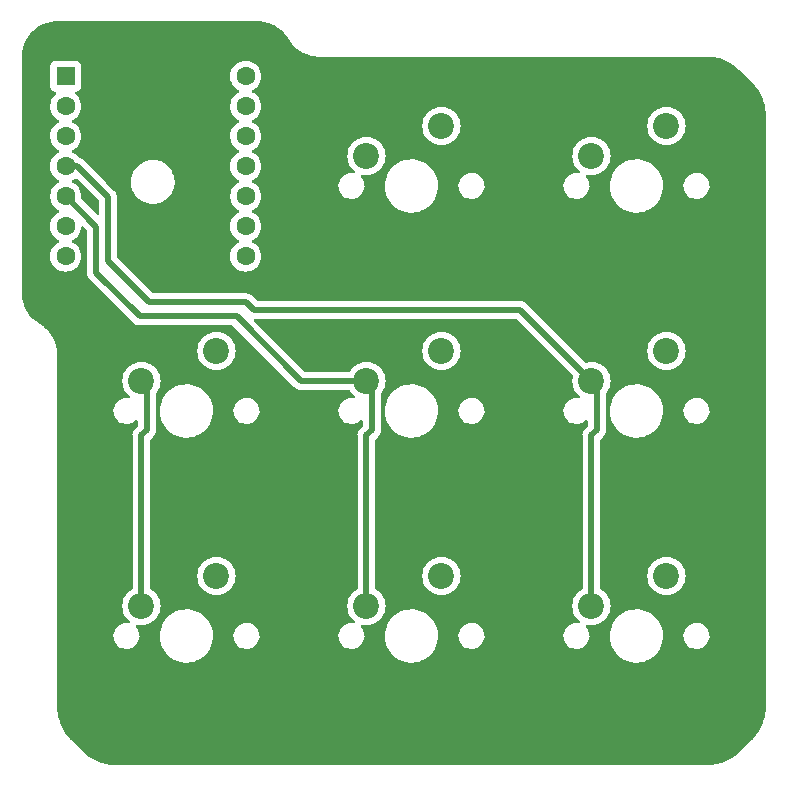
<source format=gbr>
%TF.GenerationSoftware,KiCad,Pcbnew,7.0.3*%
%TF.CreationDate,2023-06-20T13:58:59-06:00*%
%TF.ProjectId,macropad,6d616372-6f70-4616-942e-6b696361645f,rev?*%
%TF.SameCoordinates,Original*%
%TF.FileFunction,Copper,L1,Top*%
%TF.FilePolarity,Positive*%
%FSLAX46Y46*%
G04 Gerber Fmt 4.6, Leading zero omitted, Abs format (unit mm)*
G04 Created by KiCad (PCBNEW 7.0.3) date 2023-06-20 13:58:59*
%MOMM*%
%LPD*%
G01*
G04 APERTURE LIST*
%TA.AperFunction,ComponentPad*%
%ADD10C,2.200000*%
%TD*%
%TA.AperFunction,ComponentPad*%
%ADD11R,1.600000X1.600000*%
%TD*%
%TA.AperFunction,ComponentPad*%
%ADD12C,1.600000*%
%TD*%
%TA.AperFunction,Conductor*%
%ADD13C,0.500000*%
%TD*%
G04 APERTURE END LIST*
D10*
%TO.P,SW4,1,1*%
%TO.N,Net-(D4-Pad2)*%
X129083000Y-87300000D03*
%TO.P,SW4,2,2*%
%TO.N,Net-(SW1-Pad2)*%
X122733000Y-89840000D03*
%TD*%
%TO.P,SW1,1,1*%
%TO.N,Net-(D1-Pad2)*%
X129083000Y-106350000D03*
%TO.P,SW1,2,2*%
%TO.N,Net-(SW1-Pad2)*%
X122733000Y-108890000D03*
%TD*%
%TO.P,SW3,1,1*%
%TO.N,Net-(D3-Pad2)*%
X167183000Y-106350000D03*
%TO.P,SW3,2,2*%
%TO.N,Net-(SW3-Pad2)*%
X160833000Y-108890000D03*
%TD*%
%TO.P,SW7,1,1*%
%TO.N,Net-(D7-Pad2)*%
X148133000Y-68250000D03*
%TO.P,SW7,2,2*%
%TO.N,Net-(SW1-Pad2)*%
X141783000Y-70790000D03*
%TD*%
%TO.P,SW5,1,1*%
%TO.N,Net-(D5-Pad2)*%
X148133000Y-87300000D03*
%TO.P,SW5,2,2*%
%TO.N,Net-(SW2-Pad2)*%
X141783000Y-89840000D03*
%TD*%
D11*
%TO.P,U1,1,PA02_A0_D0*%
%TO.N,unconnected-(U1-Pad1)*%
X116321000Y-64038000D03*
D12*
%TO.P,U1,2,PA4_A1_D1*%
%TO.N,Net-(D4-Pad1)*%
X116321000Y-66578000D03*
%TO.P,U1,3,PA10_A2_D2*%
%TO.N,Net-(D1-Pad1)*%
X116321000Y-69118000D03*
%TO.P,U1,4,PA11_A3_D3*%
%TO.N,Net-(SW3-Pad2)*%
X116321000Y-71658000D03*
%TO.P,U1,5,PA8_A4_D4_SDA*%
%TO.N,Net-(SW2-Pad2)*%
X116321000Y-74198000D03*
%TO.P,U1,6,PA9_A5_D5_SCL*%
%TO.N,unconnected-(U1-Pad6)*%
X116321000Y-76738000D03*
%TO.P,U1,7,PB08_A6_D6_TX*%
%TO.N,unconnected-(U1-Pad7)*%
X116321000Y-79278000D03*
%TO.P,U1,8,PB09_A7_D7_RX*%
%TO.N,unconnected-(U1-Pad8)*%
X131561000Y-79278000D03*
%TO.P,U1,9,PA7_A8_D8_SCK*%
%TO.N,unconnected-(U1-Pad9)*%
X131561000Y-76738000D03*
%TO.P,U1,10,PA5_A9_D9_MISO*%
%TO.N,Net-(SW1-Pad2)*%
X131561000Y-74198000D03*
%TO.P,U1,11,PA6_A10_D10_MOSI*%
%TO.N,Net-(D7-Pad1)*%
X131561000Y-71658000D03*
%TO.P,U1,12,3V3*%
%TO.N,unconnected-(U1-Pad12)*%
X131561000Y-69118000D03*
%TO.P,U1,13,GND*%
%TO.N,unconnected-(U1-Pad13)*%
X131561000Y-66578000D03*
%TO.P,U1,14,5V*%
%TO.N,unconnected-(U1-Pad14)*%
X131561000Y-64038000D03*
%TD*%
D10*
%TO.P,SW6,1,1*%
%TO.N,Net-(D6-Pad2)*%
X167183000Y-87300000D03*
%TO.P,SW6,2,2*%
%TO.N,Net-(SW3-Pad2)*%
X160833000Y-89840000D03*
%TD*%
%TO.P,SW8,1,1*%
%TO.N,Net-(D8-Pad2)*%
X167183000Y-68250000D03*
%TO.P,SW8,2,2*%
%TO.N,Net-(SW2-Pad2)*%
X160833000Y-70790000D03*
%TD*%
%TO.P,SW2,1,1*%
%TO.N,Net-(D2-Pad2)*%
X148133000Y-106350000D03*
%TO.P,SW2,2,2*%
%TO.N,Net-(SW2-Pad2)*%
X141783000Y-108890000D03*
%TD*%
D13*
%TO.N,Net-(SW1-Pad2)*%
X122733000Y-94437000D02*
X123190000Y-93980000D01*
X122733000Y-108890000D02*
X122733000Y-94437000D01*
X123190000Y-90297000D02*
X122733000Y-89840000D01*
X123190000Y-93980000D02*
X123190000Y-90297000D01*
%TO.N,Net-(SW2-Pad2)*%
X141783000Y-94437000D02*
X142240000Y-93980000D01*
X118893000Y-80680000D02*
X118893000Y-76770000D01*
X136253000Y-89840000D02*
X130793000Y-84380000D01*
X142240000Y-93980000D02*
X142240000Y-90297000D01*
X118893000Y-76770000D02*
X116321000Y-74198000D01*
X141783000Y-89840000D02*
X136253000Y-89840000D01*
X122593000Y-84380000D02*
X118893000Y-80680000D01*
X130793000Y-84380000D02*
X122593000Y-84380000D01*
X141783000Y-108890000D02*
X141783000Y-94437000D01*
X142240000Y-90297000D02*
X141783000Y-89840000D01*
%TO.N,Net-(SW3-Pad2)*%
X160833000Y-94437000D02*
X161290000Y-93980000D01*
X119893000Y-79680000D02*
X119893000Y-74280000D01*
X154813000Y-83820000D02*
X132223508Y-83820000D01*
X119893000Y-74280000D02*
X117271000Y-71658000D01*
X161290000Y-90297000D02*
X160833000Y-89840000D01*
X123393000Y-83180000D02*
X119893000Y-79680000D01*
X160833000Y-89840000D02*
X154813000Y-83820000D01*
X160833000Y-108890000D02*
X160833000Y-94437000D01*
X117271000Y-71658000D02*
X116321000Y-71658000D01*
X132223508Y-83810508D02*
X131593000Y-83180000D01*
X132223508Y-83820000D02*
X132223508Y-83810508D01*
X161290000Y-93980000D02*
X161290000Y-90297000D01*
X131593000Y-83180000D02*
X123393000Y-83180000D01*
%TD*%
%TA.AperFunction,NonConductor*%
G36*
X132594627Y-59380585D02*
G01*
X132678844Y-59384999D01*
X132916711Y-59398854D01*
X132922883Y-59399521D01*
X133061095Y-59421411D01*
X133244399Y-59453733D01*
X133249742Y-59454918D01*
X133394015Y-59493576D01*
X133395772Y-59494074D01*
X133564122Y-59544474D01*
X133568604Y-59546003D01*
X133688307Y-59591952D01*
X133711535Y-59600869D01*
X133713911Y-59601837D01*
X133739661Y-59612944D01*
X133872105Y-59670075D01*
X133875720Y-59671774D01*
X134013423Y-59741937D01*
X134016232Y-59743463D01*
X134164652Y-59829153D01*
X134167450Y-59830868D01*
X134297057Y-59915034D01*
X134300308Y-59917298D01*
X134438495Y-60020174D01*
X134440522Y-60021748D01*
X134559499Y-60118094D01*
X134563086Y-60121231D01*
X134690888Y-60241805D01*
X134692202Y-60243082D01*
X134797824Y-60348704D01*
X134801529Y-60352747D01*
X134921187Y-60495352D01*
X135009221Y-60604064D01*
X135012899Y-60609095D01*
X135143838Y-60808178D01*
X135189155Y-60877961D01*
X135190863Y-60880748D01*
X135269223Y-61016457D01*
X135390170Y-61182912D01*
X135391831Y-61185314D01*
X135431763Y-61246043D01*
X135443845Y-61256784D01*
X135454088Y-61270880D01*
X135454091Y-61270883D01*
X135454093Y-61270886D01*
X135595825Y-61428284D01*
X135630430Y-61466713D01*
X135631873Y-61468373D01*
X135659653Y-61501477D01*
X135661609Y-61502871D01*
X135662091Y-61502389D01*
X135662213Y-61502268D01*
X135664529Y-61504584D01*
X135898275Y-61715038D01*
X135902013Y-61717754D01*
X135903478Y-61718969D01*
X135904126Y-61719289D01*
X136152705Y-61899883D01*
X136152708Y-61899885D01*
X136160579Y-61904429D01*
X136175757Y-61913192D01*
X136401813Y-62043700D01*
X136401823Y-62043705D01*
X136425076Y-62057130D01*
X136705778Y-62182103D01*
X136706150Y-62182419D01*
X136708167Y-62183167D01*
X136711129Y-62184485D01*
X136712388Y-62185046D01*
X137011495Y-62282231D01*
X137011498Y-62282231D01*
X137014688Y-62283087D01*
X137014381Y-62284229D01*
X137015141Y-62284639D01*
X137059150Y-62292400D01*
X137061309Y-62292820D01*
X137133796Y-62308227D01*
X137319123Y-62347621D01*
X137336471Y-62349444D01*
X137348316Y-62354317D01*
X137424273Y-62358743D01*
X137427196Y-62358981D01*
X137449823Y-62361359D01*
X137631900Y-62380498D01*
X137763987Y-62380498D01*
X137763992Y-62380500D01*
X137789051Y-62380500D01*
X137789150Y-62380500D01*
X137789650Y-62380500D01*
X137795912Y-62380500D01*
X137799577Y-62380607D01*
X137816577Y-62381597D01*
X137822390Y-62380500D01*
X170591628Y-62380500D01*
X170594372Y-62380559D01*
X170684547Y-62384496D01*
X170956066Y-62397836D01*
X170961127Y-62398292D01*
X171115984Y-62418679D01*
X171324328Y-62449585D01*
X171328676Y-62450388D01*
X171491891Y-62486572D01*
X171493456Y-62486941D01*
X171686510Y-62535298D01*
X171690097Y-62536312D01*
X171853380Y-62587795D01*
X171855586Y-62588537D01*
X172039685Y-62654409D01*
X172042487Y-62655489D01*
X172201661Y-62721421D01*
X172204449Y-62722657D01*
X172340723Y-62787110D01*
X172381163Y-62806237D01*
X172383265Y-62807280D01*
X172535154Y-62886348D01*
X172538379Y-62888153D01*
X172629865Y-62942987D01*
X172709035Y-62990441D01*
X172710496Y-62991344D01*
X172851426Y-63081126D01*
X172855090Y-63083646D01*
X173024311Y-63209149D01*
X173148124Y-63304154D01*
X173152086Y-63307460D01*
X173357693Y-63493849D01*
X173419386Y-63550379D01*
X173421372Y-63552280D01*
X174420680Y-64551587D01*
X174422581Y-64553573D01*
X174482968Y-64619474D01*
X174551194Y-64694749D01*
X174665514Y-64820881D01*
X174668810Y-64824832D01*
X174762707Y-64947201D01*
X174763904Y-64948760D01*
X174864358Y-65084207D01*
X174889328Y-65117875D01*
X174891860Y-65121556D01*
X174981680Y-65262545D01*
X174982583Y-65264006D01*
X175084824Y-65434583D01*
X175086652Y-65437850D01*
X175156383Y-65571802D01*
X175165707Y-65589713D01*
X175166777Y-65591867D01*
X175250322Y-65768509D01*
X175251575Y-65771336D01*
X175317497Y-65930485D01*
X175318611Y-65933371D01*
X175384444Y-66117364D01*
X175385211Y-66119644D01*
X175436682Y-66282891D01*
X175437710Y-66286528D01*
X175486031Y-66479436D01*
X175486425Y-66481108D01*
X175522606Y-66644305D01*
X175523417Y-66648698D01*
X175554315Y-66856990D01*
X175574702Y-67011846D01*
X175575166Y-67016980D01*
X175588495Y-67288308D01*
X175592440Y-67378645D01*
X175592500Y-67381394D01*
X175592500Y-117378626D01*
X175592440Y-117381375D01*
X175588504Y-117471498D01*
X175575165Y-117743031D01*
X175574702Y-117748164D01*
X175554325Y-117902948D01*
X175523415Y-118111314D01*
X175522604Y-118115707D01*
X175486434Y-118278855D01*
X175486040Y-118280527D01*
X175437706Y-118473486D01*
X175436678Y-118477123D01*
X175385221Y-118640326D01*
X175384454Y-118642606D01*
X175318605Y-118826644D01*
X175317492Y-118829530D01*
X175251583Y-118988646D01*
X175250330Y-118991473D01*
X175166761Y-119168163D01*
X175165692Y-119170317D01*
X175086682Y-119322096D01*
X175084836Y-119325395D01*
X174982557Y-119496035D01*
X174981654Y-119497496D01*
X174891872Y-119638426D01*
X174889340Y-119642107D01*
X174763846Y-119811317D01*
X174668849Y-119935118D01*
X174665543Y-119939080D01*
X174479148Y-120144694D01*
X174422595Y-120206412D01*
X174420693Y-120208398D01*
X173421400Y-121207691D01*
X173419414Y-121209592D01*
X173353523Y-121269969D01*
X173152124Y-121452508D01*
X173148166Y-121455811D01*
X173024209Y-121550925D01*
X172855119Y-121676331D01*
X172851439Y-121678863D01*
X172710472Y-121768669D01*
X172709011Y-121769572D01*
X172538409Y-121871827D01*
X172535110Y-121873673D01*
X172383289Y-121952705D01*
X172381135Y-121953774D01*
X172204489Y-122037322D01*
X172201662Y-122038575D01*
X172042513Y-122104497D01*
X172039627Y-122105611D01*
X171855634Y-122171444D01*
X171853354Y-122172211D01*
X171690107Y-122223682D01*
X171686470Y-122224710D01*
X171493562Y-122273031D01*
X171491890Y-122273425D01*
X171328693Y-122309606D01*
X171324300Y-122310417D01*
X171116008Y-122341315D01*
X170961152Y-122361702D01*
X170956018Y-122362166D01*
X170684690Y-122375495D01*
X170605728Y-122378943D01*
X170594348Y-122379440D01*
X170591605Y-122379500D01*
X120594374Y-122379500D01*
X120591626Y-122379440D01*
X120589024Y-122379326D01*
X120501500Y-122375504D01*
X120229967Y-122362165D01*
X120224834Y-122361702D01*
X120070078Y-122341328D01*
X120010565Y-122332500D01*
X119861684Y-122310415D01*
X119857291Y-122309604D01*
X119694143Y-122273434D01*
X119692471Y-122273040D01*
X119499512Y-122224706D01*
X119495875Y-122223678D01*
X119332672Y-122172221D01*
X119330392Y-122171454D01*
X119146354Y-122105605D01*
X119143468Y-122104492D01*
X118984352Y-122038583D01*
X118981525Y-122037330D01*
X118804835Y-121953761D01*
X118802693Y-121952698D01*
X118650868Y-121873663D01*
X118647603Y-121871836D01*
X118476963Y-121769557D01*
X118475502Y-121768654D01*
X118334572Y-121678872D01*
X118330898Y-121676345D01*
X118161703Y-121550862D01*
X118037874Y-121455844D01*
X118033912Y-121452538D01*
X117828318Y-121266161D01*
X117766599Y-121209607D01*
X117764613Y-121207706D01*
X117764598Y-121207691D01*
X116765283Y-120208375D01*
X116763405Y-120206413D01*
X116706850Y-120144694D01*
X116703048Y-120140544D01*
X116643070Y-120074369D01*
X116520481Y-119939114D01*
X116517200Y-119935182D01*
X116452995Y-119851509D01*
X116422073Y-119811209D01*
X116296656Y-119642103D01*
X116294143Y-119638450D01*
X116204315Y-119497449D01*
X116203426Y-119496011D01*
X116101171Y-119325409D01*
X116099348Y-119322152D01*
X116020271Y-119170246D01*
X116019224Y-119168135D01*
X115935676Y-118991489D01*
X115934423Y-118988662D01*
X115868492Y-118829492D01*
X115867394Y-118826644D01*
X115801547Y-118642613D01*
X115800805Y-118640410D01*
X115749308Y-118477081D01*
X115748293Y-118473486D01*
X115699954Y-118280507D01*
X115699573Y-118278890D01*
X115663386Y-118115665D01*
X115662581Y-118111300D01*
X115631686Y-117903025D01*
X115611294Y-117748131D01*
X115610835Y-117743062D01*
X115597502Y-117471646D01*
X115593558Y-117381307D01*
X115593500Y-117378626D01*
X115593500Y-111377396D01*
X120358745Y-111377396D01*
X120368744Y-111587319D01*
X120368746Y-111587332D01*
X120418295Y-111791572D01*
X120418298Y-111791583D01*
X120488885Y-111946144D01*
X120505604Y-111982753D01*
X120627514Y-112153952D01*
X120779622Y-112298986D01*
X120956428Y-112412613D01*
X121151543Y-112490725D01*
X121357915Y-112530500D01*
X121357919Y-112530500D01*
X121515423Y-112530500D01*
X121515425Y-112530500D01*
X121672218Y-112515528D01*
X121873875Y-112456316D01*
X122060682Y-112360011D01*
X122225886Y-112230092D01*
X122363519Y-112071256D01*
X122468604Y-111889244D01*
X122537344Y-111690633D01*
X122563980Y-111505376D01*
X124288723Y-111505376D01*
X124318880Y-111805153D01*
X124388731Y-112098263D01*
X124388732Y-112098264D01*
X124497020Y-112379429D01*
X124641826Y-112643667D01*
X124820554Y-112886238D01*
X125030020Y-113102824D01*
X125266485Y-113289558D01*
X125525730Y-113443109D01*
X125803128Y-113560736D01*
X126093729Y-113640340D01*
X126392347Y-113680500D01*
X126392351Y-113680500D01*
X126618234Y-113680500D01*
X126618244Y-113680500D01*
X126843634Y-113665412D01*
X127138903Y-113605396D01*
X127423537Y-113506560D01*
X127692459Y-113370668D01*
X127940869Y-113200144D01*
X128164333Y-112998032D01*
X128358865Y-112767939D01*
X128520993Y-112513970D01*
X128620756Y-112298986D01*
X128647821Y-112240663D01*
X128647821Y-112240661D01*
X128647823Y-112240658D01*
X128737093Y-111952879D01*
X128787209Y-111655770D01*
X128796516Y-111377396D01*
X130518745Y-111377396D01*
X130528744Y-111587319D01*
X130528746Y-111587332D01*
X130578295Y-111791572D01*
X130578298Y-111791583D01*
X130648885Y-111946144D01*
X130665604Y-111982753D01*
X130787514Y-112153952D01*
X130939622Y-112298986D01*
X131116428Y-112412613D01*
X131311543Y-112490725D01*
X131517915Y-112530500D01*
X131517919Y-112530500D01*
X131675423Y-112530500D01*
X131675425Y-112530500D01*
X131832218Y-112515528D01*
X132033875Y-112456316D01*
X132220682Y-112360011D01*
X132385886Y-112230092D01*
X132523519Y-112071256D01*
X132628604Y-111889244D01*
X132697344Y-111690633D01*
X132727254Y-111482602D01*
X132721158Y-111354622D01*
X132717255Y-111272680D01*
X132717254Y-111272675D01*
X132717254Y-111272670D01*
X132667704Y-111068424D01*
X132667701Y-111068419D01*
X132667701Y-111068416D01*
X132623100Y-110970755D01*
X132580396Y-110877247D01*
X132458486Y-110706048D01*
X132306378Y-110561014D01*
X132129572Y-110447387D01*
X131934457Y-110369275D01*
X131934456Y-110369274D01*
X131934454Y-110369274D01*
X131728089Y-110329500D01*
X131728085Y-110329500D01*
X131570575Y-110329500D01*
X131570573Y-110329500D01*
X131570555Y-110329501D01*
X131413792Y-110344470D01*
X131413777Y-110344473D01*
X131212127Y-110403683D01*
X131212116Y-110403687D01*
X131025321Y-110499986D01*
X131025318Y-110499988D01*
X130860115Y-110629907D01*
X130860107Y-110629914D01*
X130722485Y-110788738D01*
X130722479Y-110788746D01*
X130617396Y-110970755D01*
X130617393Y-110970760D01*
X130548658Y-111169359D01*
X130548654Y-111169374D01*
X130518745Y-111377396D01*
X128796516Y-111377396D01*
X128797277Y-111354631D01*
X128767118Y-111054838D01*
X128697269Y-110761739D01*
X128597800Y-110503474D01*
X128588979Y-110480570D01*
X128546846Y-110403687D01*
X128444175Y-110216335D01*
X128411607Y-110172134D01*
X128265445Y-109973761D01*
X128055980Y-109757176D01*
X127819519Y-109570445D01*
X127819517Y-109570443D01*
X127682574Y-109489332D01*
X127560270Y-109416891D01*
X127282872Y-109299264D01*
X126992271Y-109219660D01*
X126693653Y-109179500D01*
X126467756Y-109179500D01*
X126262856Y-109193216D01*
X126242365Y-109194588D01*
X126242357Y-109194589D01*
X125947100Y-109254603D01*
X125947092Y-109254605D01*
X125662467Y-109353438D01*
X125662458Y-109353442D01*
X125393539Y-109489332D01*
X125145129Y-109659857D01*
X125145123Y-109659862D01*
X124921666Y-109861968D01*
X124921665Y-109861970D01*
X124727135Y-110092060D01*
X124727129Y-110092068D01*
X124565008Y-110346026D01*
X124438178Y-110619336D01*
X124438177Y-110619341D01*
X124348907Y-110907119D01*
X124298791Y-111204226D01*
X124295129Y-111313735D01*
X124293002Y-111377398D01*
X124288723Y-111505376D01*
X122563980Y-111505376D01*
X122567254Y-111482602D01*
X122561158Y-111354622D01*
X122557255Y-111272680D01*
X122557254Y-111272675D01*
X122557254Y-111272670D01*
X122507704Y-111068424D01*
X122507701Y-111068419D01*
X122507701Y-111068416D01*
X122463100Y-110970755D01*
X122420396Y-110877247D01*
X122298486Y-110706048D01*
X122264124Y-110673284D01*
X122228626Y-110611799D01*
X122232004Y-110540883D01*
X122273186Y-110483050D01*
X122339097Y-110456664D01*
X122380481Y-110459573D01*
X122480597Y-110483609D01*
X122733000Y-110503474D01*
X122985403Y-110483609D01*
X123231591Y-110424505D01*
X123465502Y-110327616D01*
X123681376Y-110195328D01*
X123873898Y-110030898D01*
X124038328Y-109838376D01*
X124170616Y-109622502D01*
X124267505Y-109388591D01*
X124326609Y-109142403D01*
X124346474Y-108890000D01*
X124326609Y-108637597D01*
X124267505Y-108391409D01*
X124170616Y-108157498D01*
X124038328Y-107941624D01*
X123873898Y-107749102D01*
X123681376Y-107584672D01*
X123551661Y-107505182D01*
X123504033Y-107452537D01*
X123491499Y-107397756D01*
X123491499Y-106349999D01*
X127469526Y-106349999D01*
X127489391Y-106602402D01*
X127548494Y-106848589D01*
X127548495Y-106848591D01*
X127645384Y-107082502D01*
X127777672Y-107298376D01*
X127942102Y-107490898D01*
X128134624Y-107655328D01*
X128350498Y-107787616D01*
X128584409Y-107884505D01*
X128830597Y-107943609D01*
X129083000Y-107963474D01*
X129335403Y-107943609D01*
X129581591Y-107884505D01*
X129815502Y-107787616D01*
X130031376Y-107655328D01*
X130223898Y-107490898D01*
X130388328Y-107298376D01*
X130520616Y-107082502D01*
X130617505Y-106848591D01*
X130676609Y-106602403D01*
X130696474Y-106350000D01*
X130676609Y-106097597D01*
X130617505Y-105851409D01*
X130520616Y-105617498D01*
X130388328Y-105401624D01*
X130223898Y-105209102D01*
X130031376Y-105044672D01*
X129815502Y-104912384D01*
X129581591Y-104815495D01*
X129581589Y-104815494D01*
X129413177Y-104775062D01*
X129335403Y-104756391D01*
X129083000Y-104736526D01*
X128830597Y-104756391D01*
X128584410Y-104815494D01*
X128350499Y-104912383D01*
X128134625Y-105044671D01*
X127942102Y-105209102D01*
X127777671Y-105401625D01*
X127645383Y-105617499D01*
X127548494Y-105851410D01*
X127489391Y-106097597D01*
X127469526Y-106349999D01*
X123491499Y-106349999D01*
X123491499Y-94803369D01*
X123511501Y-94735249D01*
X123528399Y-94714280D01*
X123680778Y-94561901D01*
X123694617Y-94549941D01*
X123714058Y-94535469D01*
X123748001Y-94495015D01*
X123751700Y-94490979D01*
X123757581Y-94485100D01*
X123777629Y-94459743D01*
X123778664Y-94458472D01*
X123828032Y-94399640D01*
X123828033Y-94399636D01*
X123828036Y-94399634D01*
X123832070Y-94393502D01*
X123832127Y-94393539D01*
X123836171Y-94387191D01*
X123836112Y-94387155D01*
X123839965Y-94380907D01*
X123839967Y-94380905D01*
X123872421Y-94311304D01*
X123873167Y-94309765D01*
X123907609Y-94241188D01*
X123907610Y-94241181D01*
X123910119Y-94234291D01*
X123910184Y-94234314D01*
X123912658Y-94227197D01*
X123912594Y-94227176D01*
X123914903Y-94220207D01*
X123921827Y-94186671D01*
X123930432Y-94144994D01*
X123930805Y-94143312D01*
X123948500Y-94068656D01*
X123948500Y-94068655D01*
X123949352Y-94061368D01*
X123949419Y-94061375D01*
X123950185Y-94053877D01*
X123950119Y-94053872D01*
X123950757Y-94046565D01*
X123950759Y-94046558D01*
X123948525Y-93969801D01*
X123948500Y-93968059D01*
X123948500Y-92455376D01*
X124288723Y-92455376D01*
X124318880Y-92755153D01*
X124388731Y-93048263D01*
X124388732Y-93048264D01*
X124497020Y-93329429D01*
X124641826Y-93593667D01*
X124820553Y-93836238D01*
X124820554Y-93836238D01*
X125030020Y-94052824D01*
X125266485Y-94239558D01*
X125525730Y-94393109D01*
X125803128Y-94510736D01*
X126093729Y-94590340D01*
X126392347Y-94630500D01*
X126392351Y-94630500D01*
X126618234Y-94630500D01*
X126618244Y-94630500D01*
X126843634Y-94615412D01*
X127138903Y-94555396D01*
X127423537Y-94456560D01*
X127692459Y-94320668D01*
X127940869Y-94150144D01*
X128164333Y-93948032D01*
X128358865Y-93717939D01*
X128520993Y-93463970D01*
X128620756Y-93248986D01*
X128647821Y-93190663D01*
X128647821Y-93190661D01*
X128647823Y-93190658D01*
X128737093Y-92902879D01*
X128787209Y-92605770D01*
X128796516Y-92327396D01*
X130518745Y-92327396D01*
X130528744Y-92537319D01*
X130528746Y-92537332D01*
X130578295Y-92741572D01*
X130578298Y-92741583D01*
X130648885Y-92896144D01*
X130665604Y-92932753D01*
X130787514Y-93103952D01*
X130787516Y-93103954D01*
X130787517Y-93103955D01*
X130867360Y-93180085D01*
X130939622Y-93248986D01*
X131116428Y-93362613D01*
X131311543Y-93440725D01*
X131517915Y-93480500D01*
X131517919Y-93480500D01*
X131675423Y-93480500D01*
X131675425Y-93480500D01*
X131832218Y-93465528D01*
X132033875Y-93406316D01*
X132220682Y-93310011D01*
X132385886Y-93180092D01*
X132523519Y-93021256D01*
X132628604Y-92839244D01*
X132697344Y-92640633D01*
X132727254Y-92432602D01*
X132721158Y-92304622D01*
X132717255Y-92222680D01*
X132717254Y-92222675D01*
X132717254Y-92222670D01*
X132667704Y-92018424D01*
X132667701Y-92018419D01*
X132667701Y-92018416D01*
X132623100Y-91920755D01*
X132580396Y-91827247D01*
X132458486Y-91656048D01*
X132306378Y-91511014D01*
X132129572Y-91397387D01*
X131934457Y-91319275D01*
X131934456Y-91319274D01*
X131934454Y-91319274D01*
X131728089Y-91279500D01*
X131728085Y-91279500D01*
X131570575Y-91279500D01*
X131570573Y-91279500D01*
X131570555Y-91279501D01*
X131413792Y-91294470D01*
X131413777Y-91294473D01*
X131212127Y-91353683D01*
X131212116Y-91353687D01*
X131025321Y-91449986D01*
X131025318Y-91449988D01*
X130860115Y-91579907D01*
X130860107Y-91579914D01*
X130722485Y-91738738D01*
X130722479Y-91738746D01*
X130617396Y-91920755D01*
X130617393Y-91920760D01*
X130548658Y-92119359D01*
X130548654Y-92119374D01*
X130518745Y-92327396D01*
X128796516Y-92327396D01*
X128797277Y-92304631D01*
X128767118Y-92004838D01*
X128697269Y-91711739D01*
X128596458Y-91449989D01*
X128588979Y-91430570D01*
X128588977Y-91430566D01*
X128444175Y-91166335D01*
X128411607Y-91122134D01*
X128265445Y-90923761D01*
X128202042Y-90858203D01*
X128055980Y-90707176D01*
X127819519Y-90520445D01*
X127819517Y-90520443D01*
X127664656Y-90428719D01*
X127560270Y-90366891D01*
X127282872Y-90249264D01*
X126992271Y-90169660D01*
X126693653Y-90129500D01*
X126467756Y-90129500D01*
X126262856Y-90143216D01*
X126242365Y-90144588D01*
X126242357Y-90144589D01*
X125947100Y-90204603D01*
X125947092Y-90204605D01*
X125662467Y-90303438D01*
X125662458Y-90303442D01*
X125393539Y-90439332D01*
X125145129Y-90609857D01*
X125145123Y-90609862D01*
X124921666Y-90811968D01*
X124921665Y-90811970D01*
X124727135Y-91042060D01*
X124727129Y-91042068D01*
X124565008Y-91296026D01*
X124438178Y-91569336D01*
X124438177Y-91569341D01*
X124348907Y-91857119D01*
X124298791Y-92154226D01*
X124295129Y-92263735D01*
X124293002Y-92327398D01*
X124288723Y-92455376D01*
X123948500Y-92455376D01*
X123948500Y-90940033D01*
X123968502Y-90871913D01*
X123978689Y-90858203D01*
X124038328Y-90788376D01*
X124170616Y-90572502D01*
X124267505Y-90338591D01*
X124326609Y-90092403D01*
X124346474Y-89840000D01*
X124326609Y-89587597D01*
X124267505Y-89341409D01*
X124170616Y-89107498D01*
X124038328Y-88891624D01*
X123873898Y-88699102D01*
X123681376Y-88534672D01*
X123465502Y-88402384D01*
X123231591Y-88305495D01*
X123231589Y-88305494D01*
X123063177Y-88265062D01*
X122985403Y-88246391D01*
X122733000Y-88226526D01*
X122732999Y-88226526D01*
X122480597Y-88246391D01*
X122234410Y-88305494D01*
X122000499Y-88402383D01*
X121784625Y-88534671D01*
X121592102Y-88699102D01*
X121427671Y-88891625D01*
X121295383Y-89107499D01*
X121198494Y-89341410D01*
X121139391Y-89587597D01*
X121119526Y-89839999D01*
X121139391Y-90092402D01*
X121198494Y-90338589D01*
X121257925Y-90482067D01*
X121295384Y-90572502D01*
X121427672Y-90788376D01*
X121592102Y-90980898D01*
X121663723Y-91042068D01*
X121687860Y-91062683D01*
X121726669Y-91122134D01*
X121727175Y-91193128D01*
X121689219Y-91253127D01*
X121624851Y-91283080D01*
X121582184Y-91282217D01*
X121568091Y-91279501D01*
X121568089Y-91279500D01*
X121568085Y-91279500D01*
X121410575Y-91279500D01*
X121410573Y-91279500D01*
X121410555Y-91279501D01*
X121253792Y-91294470D01*
X121253777Y-91294473D01*
X121052127Y-91353683D01*
X121052116Y-91353687D01*
X120865321Y-91449986D01*
X120865318Y-91449988D01*
X120700115Y-91579907D01*
X120700107Y-91579914D01*
X120562485Y-91738738D01*
X120562479Y-91738746D01*
X120457396Y-91920755D01*
X120457393Y-91920760D01*
X120388658Y-92119359D01*
X120388654Y-92119374D01*
X120358745Y-92327396D01*
X120368744Y-92537319D01*
X120368746Y-92537332D01*
X120418295Y-92741572D01*
X120418298Y-92741583D01*
X120488885Y-92896144D01*
X120505604Y-92932753D01*
X120627514Y-93103952D01*
X120627516Y-93103954D01*
X120627517Y-93103955D01*
X120707360Y-93180085D01*
X120779622Y-93248986D01*
X120956428Y-93362613D01*
X121151543Y-93440725D01*
X121357915Y-93480500D01*
X121357919Y-93480500D01*
X121515423Y-93480500D01*
X121515425Y-93480500D01*
X121672218Y-93465528D01*
X121873875Y-93406316D01*
X122060682Y-93310011D01*
X122225886Y-93180092D01*
X122225889Y-93180088D01*
X122227610Y-93178735D01*
X122293521Y-93152348D01*
X122363235Y-93165783D01*
X122414618Y-93214776D01*
X122431499Y-93277777D01*
X122431499Y-93613628D01*
X122411497Y-93681749D01*
X122394594Y-93702723D01*
X122242225Y-93855092D01*
X122228376Y-93867062D01*
X122208943Y-93881530D01*
X122175007Y-93921971D01*
X122171300Y-93926017D01*
X122165421Y-93931897D01*
X122165414Y-93931905D01*
X122145430Y-93957177D01*
X122144276Y-93958594D01*
X122094964Y-94017364D01*
X122090935Y-94023491D01*
X122090880Y-94023455D01*
X122086825Y-94029820D01*
X122086882Y-94029855D01*
X122083030Y-94036099D01*
X122050609Y-94105623D01*
X122049812Y-94107270D01*
X122015393Y-94175806D01*
X122012882Y-94182707D01*
X122012820Y-94182684D01*
X122010343Y-94189810D01*
X122010404Y-94189831D01*
X122008096Y-94196795D01*
X121992574Y-94271960D01*
X121992178Y-94273747D01*
X121974500Y-94348341D01*
X121973648Y-94355634D01*
X121973581Y-94355626D01*
X121972814Y-94363126D01*
X121972881Y-94363132D01*
X121972241Y-94370443D01*
X121974473Y-94447174D01*
X121974500Y-94449006D01*
X121974500Y-107397752D01*
X121954498Y-107465873D01*
X121914336Y-107505183D01*
X121836810Y-107552691D01*
X121784625Y-107584671D01*
X121592102Y-107749102D01*
X121427671Y-107941625D01*
X121295383Y-108157499D01*
X121198494Y-108391410D01*
X121139391Y-108637597D01*
X121119526Y-108890000D01*
X121139391Y-109142402D01*
X121198494Y-109388589D01*
X121198495Y-109388591D01*
X121295384Y-109622502D01*
X121427672Y-109838376D01*
X121592102Y-110030898D01*
X121663723Y-110092068D01*
X121687860Y-110112683D01*
X121726669Y-110172134D01*
X121727175Y-110243128D01*
X121689219Y-110303127D01*
X121624851Y-110333080D01*
X121582184Y-110332217D01*
X121568091Y-110329501D01*
X121568089Y-110329500D01*
X121568085Y-110329500D01*
X121410575Y-110329500D01*
X121410573Y-110329500D01*
X121410555Y-110329501D01*
X121253792Y-110344470D01*
X121253777Y-110344473D01*
X121052127Y-110403683D01*
X121052116Y-110403687D01*
X120865321Y-110499986D01*
X120865318Y-110499988D01*
X120700115Y-110629907D01*
X120700107Y-110629914D01*
X120562485Y-110788738D01*
X120562479Y-110788746D01*
X120457396Y-110970755D01*
X120457393Y-110970760D01*
X120388658Y-111169359D01*
X120388654Y-111169374D01*
X120358745Y-111377396D01*
X115593500Y-111377396D01*
X115593500Y-87628347D01*
X115593505Y-87628329D01*
X115593505Y-87610044D01*
X115594729Y-87605874D01*
X115593612Y-87586686D01*
X115593505Y-87583021D01*
X115593505Y-87576150D01*
X115593506Y-87576150D01*
X115593509Y-87418900D01*
X115581013Y-87300000D01*
X127469526Y-87300000D01*
X127489391Y-87552403D01*
X127495092Y-87576150D01*
X127548494Y-87798589D01*
X127548495Y-87798591D01*
X127645384Y-88032502D01*
X127777672Y-88248376D01*
X127942102Y-88440898D01*
X128134624Y-88605328D01*
X128350498Y-88737616D01*
X128584409Y-88834505D01*
X128830597Y-88893609D01*
X129083000Y-88913474D01*
X129335403Y-88893609D01*
X129581591Y-88834505D01*
X129815502Y-88737616D01*
X130031376Y-88605328D01*
X130223898Y-88440898D01*
X130388328Y-88248376D01*
X130520616Y-88032502D01*
X130617505Y-87798591D01*
X130676609Y-87552403D01*
X130696474Y-87300000D01*
X130676609Y-87047597D01*
X130617505Y-86801409D01*
X130520616Y-86567498D01*
X130388328Y-86351624D01*
X130223898Y-86159102D01*
X130031376Y-85994672D01*
X129815502Y-85862384D01*
X129696472Y-85813080D01*
X129581589Y-85765494D01*
X129413177Y-85725062D01*
X129335403Y-85706391D01*
X129083000Y-85686526D01*
X128830597Y-85706391D01*
X128584410Y-85765494D01*
X128350499Y-85862383D01*
X128134625Y-85994671D01*
X127942102Y-86159102D01*
X127777671Y-86351625D01*
X127645383Y-86567499D01*
X127548494Y-86801410D01*
X127489390Y-87047597D01*
X127489391Y-87047597D01*
X127469526Y-87300000D01*
X115581013Y-87300000D01*
X115571998Y-87214217D01*
X115571761Y-87211308D01*
X115567539Y-87138782D01*
X115562463Y-87123480D01*
X115560639Y-87106122D01*
X115505845Y-86848325D01*
X115505425Y-86846166D01*
X115497927Y-86803641D01*
X115496933Y-86801461D01*
X115496108Y-86801683D01*
X115495252Y-86798488D01*
X115398075Y-86499403D01*
X115398073Y-86499399D01*
X115398069Y-86499385D01*
X115396189Y-86495164D01*
X115395527Y-86493375D01*
X115395124Y-86492771D01*
X115332281Y-86351624D01*
X115270150Y-86212074D01*
X115112900Y-85939709D01*
X114932285Y-85691117D01*
X114932121Y-85690658D01*
X114930751Y-85689005D01*
X114929927Y-85687872D01*
X114928040Y-85685274D01*
X114928038Y-85685271D01*
X114717584Y-85451545D01*
X114715261Y-85449222D01*
X114716095Y-85448387D01*
X114715637Y-85447643D01*
X114681389Y-85418907D01*
X114679730Y-85417464D01*
X114483869Y-85241114D01*
X114469745Y-85230853D01*
X114461918Y-85220703D01*
X114398306Y-85178867D01*
X114395894Y-85177199D01*
X114229428Y-85056259D01*
X114229425Y-85056258D01*
X114094685Y-84978469D01*
X114091871Y-84976745D01*
X114021109Y-84930792D01*
X113822106Y-84799906D01*
X113817074Y-84796228D01*
X113708271Y-84708120D01*
X113565754Y-84588534D01*
X113561711Y-84584830D01*
X113456049Y-84479168D01*
X113454806Y-84477888D01*
X113334227Y-84350082D01*
X113331110Y-84346518D01*
X113234737Y-84227507D01*
X113233178Y-84225499D01*
X113130324Y-84087343D01*
X113128034Y-84084053D01*
X113043848Y-83954418D01*
X113042145Y-83951639D01*
X112956480Y-83803263D01*
X112954930Y-83800406D01*
X112926224Y-83744068D01*
X112884767Y-83662703D01*
X112883064Y-83659080D01*
X112814843Y-83500927D01*
X112813883Y-83498569D01*
X112797833Y-83456758D01*
X112758999Y-83355591D01*
X112757467Y-83351098D01*
X112750919Y-83329227D01*
X112707094Y-83182840D01*
X112706594Y-83181077D01*
X112684820Y-83099817D01*
X112667912Y-83036715D01*
X112666729Y-83031380D01*
X112634431Y-82848212D01*
X112612519Y-82709862D01*
X112611853Y-82703709D01*
X112598007Y-82465989D01*
X112593585Y-82381618D01*
X112593500Y-82378328D01*
X112593500Y-79278000D01*
X115007502Y-79278000D01*
X115027457Y-79506087D01*
X115086716Y-79727243D01*
X115183477Y-79934749D01*
X115314802Y-80122300D01*
X115476700Y-80284198D01*
X115664251Y-80415523D01*
X115871757Y-80512284D01*
X116092913Y-80571543D01*
X116321000Y-80591498D01*
X116549087Y-80571543D01*
X116770243Y-80512284D01*
X116977749Y-80415523D01*
X117165300Y-80284198D01*
X117327198Y-80122300D01*
X117458523Y-79934749D01*
X117555284Y-79727243D01*
X117614543Y-79506087D01*
X117634498Y-79278000D01*
X117614543Y-79049913D01*
X117555284Y-78828757D01*
X117458523Y-78621251D01*
X117327198Y-78433700D01*
X117165300Y-78271802D01*
X116977749Y-78140477D01*
X116938543Y-78122195D01*
X116885258Y-78075279D01*
X116865796Y-78007002D01*
X116886337Y-77939042D01*
X116938543Y-77893805D01*
X116940997Y-77892660D01*
X116977749Y-77875523D01*
X117165300Y-77744198D01*
X117327198Y-77582300D01*
X117458523Y-77394749D01*
X117555284Y-77187243D01*
X117614543Y-76966087D01*
X117623323Y-76865730D01*
X117649185Y-76799614D01*
X117706689Y-76757975D01*
X117777576Y-76754034D01*
X117837938Y-76787619D01*
X118097595Y-77047276D01*
X118131621Y-77109588D01*
X118134500Y-77136371D01*
X118134500Y-80615559D01*
X118133170Y-80633819D01*
X118129659Y-80657786D01*
X118129659Y-80657794D01*
X118134260Y-80710372D01*
X118134500Y-80715866D01*
X118134500Y-80724184D01*
X118138242Y-80756199D01*
X118138428Y-80758020D01*
X118145112Y-80834419D01*
X118146596Y-80841606D01*
X118146531Y-80841619D01*
X118148165Y-80848989D01*
X118148229Y-80848975D01*
X118149921Y-80856115D01*
X118162949Y-80891908D01*
X118176175Y-80928247D01*
X118176761Y-80929934D01*
X118200885Y-81002736D01*
X118203987Y-81009388D01*
X118203926Y-81009416D01*
X118207211Y-81016202D01*
X118207270Y-81016173D01*
X118210563Y-81022730D01*
X118252736Y-81086850D01*
X118253717Y-81088390D01*
X118293970Y-81153651D01*
X118293972Y-81153653D01*
X118298522Y-81159408D01*
X118298468Y-81159450D01*
X118303228Y-81165292D01*
X118303279Y-81165250D01*
X118307997Y-81170872D01*
X118363822Y-81223540D01*
X118365136Y-81224817D01*
X122011092Y-84870773D01*
X122023065Y-84884627D01*
X122034423Y-84899884D01*
X122037531Y-84904058D01*
X122069391Y-84930792D01*
X122077975Y-84937994D01*
X122082021Y-84941702D01*
X122087899Y-84947580D01*
X122087900Y-84947581D01*
X122113170Y-84967562D01*
X122114584Y-84968713D01*
X122173360Y-85018032D01*
X122173366Y-85018035D01*
X122179495Y-85022067D01*
X122179457Y-85022123D01*
X122185811Y-85026171D01*
X122185847Y-85026114D01*
X122192089Y-85029964D01*
X122192091Y-85029965D01*
X122192094Y-85029967D01*
X122261663Y-85062407D01*
X122263228Y-85063165D01*
X122331812Y-85097609D01*
X122331813Y-85097609D01*
X122331817Y-85097611D01*
X122338713Y-85100121D01*
X122338689Y-85100184D01*
X122345806Y-85102658D01*
X122345828Y-85102594D01*
X122352793Y-85104902D01*
X122363779Y-85107170D01*
X122428003Y-85120430D01*
X122429611Y-85120787D01*
X122504344Y-85138500D01*
X122504346Y-85138500D01*
X122511632Y-85139352D01*
X122511624Y-85139418D01*
X122519122Y-85140184D01*
X122519128Y-85140118D01*
X122526434Y-85140756D01*
X122526442Y-85140758D01*
X122572967Y-85139404D01*
X122603140Y-85138527D01*
X122604972Y-85138500D01*
X130426629Y-85138500D01*
X130494750Y-85158502D01*
X130515724Y-85175405D01*
X135671092Y-90330773D01*
X135683065Y-90344627D01*
X135697530Y-90364057D01*
X135737975Y-90397994D01*
X135742021Y-90401702D01*
X135747899Y-90407580D01*
X135747900Y-90407581D01*
X135773170Y-90427562D01*
X135774584Y-90428713D01*
X135833360Y-90478032D01*
X135833366Y-90478035D01*
X135839495Y-90482067D01*
X135839457Y-90482123D01*
X135845806Y-90486168D01*
X135845842Y-90486111D01*
X135852094Y-90489967D01*
X135921637Y-90522396D01*
X135923267Y-90523185D01*
X135991812Y-90557609D01*
X135991814Y-90557609D01*
X135998711Y-90560120D01*
X135998687Y-90560184D01*
X136005803Y-90562658D01*
X136005825Y-90562594D01*
X136012793Y-90564903D01*
X136035208Y-90569531D01*
X136087954Y-90580422D01*
X136089713Y-90580812D01*
X136102281Y-90583790D01*
X136164344Y-90598500D01*
X136164347Y-90598500D01*
X136171633Y-90599352D01*
X136171625Y-90599418D01*
X136179124Y-90600184D01*
X136179130Y-90600118D01*
X136186433Y-90600756D01*
X136186442Y-90600758D01*
X136233112Y-90599400D01*
X136263155Y-90598527D01*
X136264987Y-90598500D01*
X140290752Y-90598500D01*
X140358873Y-90618502D01*
X140398185Y-90658665D01*
X140477672Y-90788376D01*
X140642102Y-90980898D01*
X140713723Y-91042068D01*
X140737860Y-91062683D01*
X140776669Y-91122134D01*
X140777175Y-91193128D01*
X140739219Y-91253127D01*
X140674851Y-91283080D01*
X140632184Y-91282217D01*
X140618091Y-91279501D01*
X140618089Y-91279500D01*
X140618085Y-91279500D01*
X140460575Y-91279500D01*
X140460573Y-91279500D01*
X140460555Y-91279501D01*
X140303792Y-91294470D01*
X140303777Y-91294473D01*
X140102127Y-91353683D01*
X140102116Y-91353687D01*
X139915321Y-91449986D01*
X139915318Y-91449988D01*
X139750115Y-91579907D01*
X139750107Y-91579914D01*
X139612485Y-91738738D01*
X139612479Y-91738746D01*
X139507396Y-91920755D01*
X139507393Y-91920760D01*
X139438658Y-92119359D01*
X139438654Y-92119374D01*
X139408745Y-92327396D01*
X139418744Y-92537319D01*
X139418746Y-92537332D01*
X139468295Y-92741572D01*
X139468298Y-92741583D01*
X139538885Y-92896144D01*
X139555604Y-92932753D01*
X139677514Y-93103952D01*
X139677516Y-93103954D01*
X139677517Y-93103955D01*
X139757360Y-93180085D01*
X139829622Y-93248986D01*
X140006428Y-93362613D01*
X140201543Y-93440725D01*
X140407915Y-93480500D01*
X140407919Y-93480500D01*
X140565423Y-93480500D01*
X140565425Y-93480500D01*
X140722218Y-93465528D01*
X140923875Y-93406316D01*
X141110682Y-93310011D01*
X141275886Y-93180092D01*
X141275889Y-93180087D01*
X141277611Y-93178734D01*
X141343522Y-93152347D01*
X141413236Y-93165782D01*
X141464619Y-93214775D01*
X141481500Y-93277776D01*
X141481500Y-93613628D01*
X141461498Y-93681749D01*
X141444599Y-93702718D01*
X141311080Y-93836238D01*
X141292225Y-93855093D01*
X141278376Y-93867062D01*
X141258943Y-93881530D01*
X141225007Y-93921971D01*
X141221300Y-93926017D01*
X141215421Y-93931897D01*
X141215414Y-93931905D01*
X141195430Y-93957177D01*
X141194276Y-93958594D01*
X141144964Y-94017364D01*
X141140935Y-94023491D01*
X141140880Y-94023455D01*
X141136825Y-94029820D01*
X141136882Y-94029855D01*
X141133030Y-94036099D01*
X141100609Y-94105623D01*
X141099812Y-94107270D01*
X141065393Y-94175806D01*
X141062882Y-94182707D01*
X141062820Y-94182684D01*
X141060343Y-94189810D01*
X141060404Y-94189831D01*
X141058096Y-94196795D01*
X141042574Y-94271960D01*
X141042178Y-94273747D01*
X141024500Y-94348341D01*
X141023648Y-94355634D01*
X141023581Y-94355626D01*
X141022814Y-94363126D01*
X141022881Y-94363132D01*
X141022241Y-94370443D01*
X141024473Y-94447174D01*
X141024500Y-94449006D01*
X141024500Y-107397752D01*
X141004498Y-107465873D01*
X140964336Y-107505183D01*
X140886810Y-107552691D01*
X140834625Y-107584671D01*
X140642102Y-107749102D01*
X140477671Y-107941625D01*
X140345383Y-108157499D01*
X140248494Y-108391410D01*
X140189391Y-108637597D01*
X140169526Y-108890000D01*
X140189391Y-109142402D01*
X140248494Y-109388589D01*
X140248495Y-109388591D01*
X140345384Y-109622502D01*
X140477672Y-109838376D01*
X140642102Y-110030898D01*
X140713723Y-110092068D01*
X140737860Y-110112683D01*
X140776669Y-110172134D01*
X140777175Y-110243128D01*
X140739219Y-110303127D01*
X140674851Y-110333080D01*
X140632184Y-110332217D01*
X140618091Y-110329501D01*
X140618089Y-110329500D01*
X140618085Y-110329500D01*
X140460575Y-110329500D01*
X140460573Y-110329500D01*
X140460555Y-110329501D01*
X140303792Y-110344470D01*
X140303777Y-110344473D01*
X140102127Y-110403683D01*
X140102116Y-110403687D01*
X139915321Y-110499986D01*
X139915318Y-110499988D01*
X139750115Y-110629907D01*
X139750107Y-110629914D01*
X139612485Y-110788738D01*
X139612479Y-110788746D01*
X139507396Y-110970755D01*
X139507393Y-110970760D01*
X139438658Y-111169359D01*
X139438654Y-111169374D01*
X139408745Y-111377396D01*
X139418744Y-111587319D01*
X139418746Y-111587332D01*
X139468295Y-111791572D01*
X139468298Y-111791583D01*
X139538885Y-111946144D01*
X139555604Y-111982753D01*
X139677514Y-112153952D01*
X139829622Y-112298986D01*
X140006428Y-112412613D01*
X140201543Y-112490725D01*
X140407915Y-112530500D01*
X140407919Y-112530500D01*
X140565423Y-112530500D01*
X140565425Y-112530500D01*
X140722218Y-112515528D01*
X140923875Y-112456316D01*
X141110682Y-112360011D01*
X141275886Y-112230092D01*
X141413519Y-112071256D01*
X141518604Y-111889244D01*
X141587344Y-111690633D01*
X141613980Y-111505376D01*
X143338723Y-111505376D01*
X143368880Y-111805153D01*
X143438731Y-112098263D01*
X143438732Y-112098264D01*
X143547020Y-112379429D01*
X143691826Y-112643667D01*
X143870553Y-112886238D01*
X143870554Y-112886238D01*
X144080020Y-113102824D01*
X144316485Y-113289558D01*
X144575730Y-113443109D01*
X144853128Y-113560736D01*
X145143729Y-113640340D01*
X145442347Y-113680500D01*
X145442351Y-113680500D01*
X145668234Y-113680500D01*
X145668244Y-113680500D01*
X145893634Y-113665412D01*
X146188903Y-113605396D01*
X146473537Y-113506560D01*
X146742459Y-113370668D01*
X146990869Y-113200144D01*
X147214333Y-112998032D01*
X147408865Y-112767939D01*
X147570993Y-112513970D01*
X147670756Y-112298986D01*
X147697821Y-112240663D01*
X147697821Y-112240661D01*
X147697823Y-112240658D01*
X147787093Y-111952879D01*
X147837209Y-111655770D01*
X147846516Y-111377396D01*
X149568745Y-111377396D01*
X149578744Y-111587319D01*
X149578746Y-111587332D01*
X149628295Y-111791572D01*
X149628298Y-111791583D01*
X149698885Y-111946144D01*
X149715604Y-111982753D01*
X149837514Y-112153952D01*
X149989622Y-112298986D01*
X150166428Y-112412613D01*
X150361543Y-112490725D01*
X150567915Y-112530500D01*
X150567919Y-112530500D01*
X150725423Y-112530500D01*
X150725425Y-112530500D01*
X150882218Y-112515528D01*
X151083875Y-112456316D01*
X151270682Y-112360011D01*
X151435886Y-112230092D01*
X151573519Y-112071256D01*
X151678604Y-111889244D01*
X151747344Y-111690633D01*
X151777254Y-111482602D01*
X151771158Y-111354622D01*
X151767255Y-111272680D01*
X151767254Y-111272675D01*
X151767254Y-111272670D01*
X151717704Y-111068424D01*
X151717701Y-111068419D01*
X151717701Y-111068416D01*
X151673100Y-110970755D01*
X151630396Y-110877247D01*
X151508486Y-110706048D01*
X151356378Y-110561014D01*
X151179572Y-110447387D01*
X150984457Y-110369275D01*
X150984456Y-110369274D01*
X150984454Y-110369274D01*
X150778089Y-110329500D01*
X150778085Y-110329500D01*
X150620575Y-110329500D01*
X150620573Y-110329500D01*
X150620555Y-110329501D01*
X150463792Y-110344470D01*
X150463777Y-110344473D01*
X150262127Y-110403683D01*
X150262116Y-110403687D01*
X150075321Y-110499986D01*
X150075318Y-110499988D01*
X149910115Y-110629907D01*
X149910107Y-110629914D01*
X149772485Y-110788738D01*
X149772479Y-110788746D01*
X149667396Y-110970755D01*
X149667393Y-110970760D01*
X149598658Y-111169359D01*
X149598654Y-111169374D01*
X149568745Y-111377396D01*
X147846516Y-111377396D01*
X147847277Y-111354631D01*
X147817118Y-111054838D01*
X147747269Y-110761739D01*
X147647800Y-110503474D01*
X147638979Y-110480570D01*
X147596846Y-110403687D01*
X147494175Y-110216335D01*
X147461607Y-110172134D01*
X147315445Y-109973761D01*
X147105980Y-109757176D01*
X146869519Y-109570445D01*
X146869517Y-109570443D01*
X146732574Y-109489332D01*
X146610270Y-109416891D01*
X146332872Y-109299264D01*
X146042271Y-109219660D01*
X145743653Y-109179500D01*
X145517756Y-109179500D01*
X145312856Y-109193216D01*
X145292365Y-109194588D01*
X145292357Y-109194589D01*
X144997100Y-109254603D01*
X144997092Y-109254605D01*
X144712467Y-109353438D01*
X144712458Y-109353442D01*
X144443539Y-109489332D01*
X144195129Y-109659857D01*
X144195123Y-109659862D01*
X143971666Y-109861968D01*
X143971665Y-109861970D01*
X143777135Y-110092060D01*
X143777129Y-110092068D01*
X143615008Y-110346026D01*
X143488178Y-110619336D01*
X143488177Y-110619341D01*
X143398907Y-110907119D01*
X143348791Y-111204226D01*
X143345129Y-111313735D01*
X143343002Y-111377398D01*
X143338723Y-111505376D01*
X141613980Y-111505376D01*
X141617254Y-111482602D01*
X141611158Y-111354622D01*
X141607255Y-111272680D01*
X141607254Y-111272675D01*
X141607254Y-111272670D01*
X141557704Y-111068424D01*
X141557701Y-111068419D01*
X141557701Y-111068416D01*
X141513100Y-110970755D01*
X141470396Y-110877247D01*
X141348486Y-110706048D01*
X141314124Y-110673284D01*
X141278626Y-110611799D01*
X141282004Y-110540883D01*
X141323186Y-110483050D01*
X141389097Y-110456664D01*
X141430481Y-110459573D01*
X141530597Y-110483609D01*
X141783000Y-110503474D01*
X142035403Y-110483609D01*
X142281591Y-110424505D01*
X142515502Y-110327616D01*
X142731376Y-110195328D01*
X142923898Y-110030898D01*
X143088328Y-109838376D01*
X143220616Y-109622502D01*
X143317505Y-109388591D01*
X143376609Y-109142403D01*
X143396474Y-108890000D01*
X143376609Y-108637597D01*
X143317505Y-108391409D01*
X143220616Y-108157498D01*
X143088328Y-107941624D01*
X142923898Y-107749102D01*
X142731376Y-107584672D01*
X142601663Y-107505183D01*
X142554034Y-107452537D01*
X142541500Y-107397752D01*
X142541500Y-106349999D01*
X146519526Y-106349999D01*
X146539391Y-106602402D01*
X146598494Y-106848589D01*
X146598495Y-106848591D01*
X146695384Y-107082502D01*
X146827672Y-107298376D01*
X146992102Y-107490898D01*
X147184624Y-107655328D01*
X147400498Y-107787616D01*
X147634409Y-107884505D01*
X147880597Y-107943609D01*
X148133000Y-107963474D01*
X148385403Y-107943609D01*
X148631591Y-107884505D01*
X148865502Y-107787616D01*
X149081376Y-107655328D01*
X149273898Y-107490898D01*
X149438328Y-107298376D01*
X149570616Y-107082502D01*
X149667505Y-106848591D01*
X149726609Y-106602403D01*
X149746474Y-106350000D01*
X149726609Y-106097597D01*
X149667505Y-105851409D01*
X149570616Y-105617498D01*
X149438328Y-105401624D01*
X149273898Y-105209102D01*
X149081376Y-105044672D01*
X148865502Y-104912384D01*
X148631591Y-104815495D01*
X148631589Y-104815494D01*
X148463177Y-104775062D01*
X148385403Y-104756391D01*
X148133000Y-104736526D01*
X147880597Y-104756391D01*
X147634410Y-104815494D01*
X147400499Y-104912383D01*
X147184625Y-105044671D01*
X146992102Y-105209102D01*
X146827671Y-105401625D01*
X146695383Y-105617499D01*
X146598494Y-105851410D01*
X146539391Y-106097597D01*
X146519526Y-106349999D01*
X142541500Y-106349999D01*
X142541500Y-94803371D01*
X142561502Y-94735250D01*
X142578400Y-94714280D01*
X142730781Y-94561898D01*
X142744620Y-94549938D01*
X142764058Y-94535469D01*
X142798001Y-94495015D01*
X142801700Y-94490979D01*
X142807581Y-94485100D01*
X142827629Y-94459743D01*
X142828664Y-94458472D01*
X142878032Y-94399640D01*
X142878033Y-94399636D01*
X142878036Y-94399634D01*
X142882070Y-94393502D01*
X142882127Y-94393539D01*
X142886171Y-94387191D01*
X142886112Y-94387155D01*
X142889965Y-94380907D01*
X142889967Y-94380905D01*
X142922421Y-94311304D01*
X142923167Y-94309765D01*
X142957609Y-94241188D01*
X142957610Y-94241181D01*
X142960119Y-94234291D01*
X142960184Y-94234314D01*
X142962658Y-94227197D01*
X142962594Y-94227176D01*
X142964903Y-94220207D01*
X142971827Y-94186671D01*
X142980432Y-94144994D01*
X142980805Y-94143312D01*
X142998500Y-94068656D01*
X142998500Y-94068655D01*
X142999352Y-94061368D01*
X142999419Y-94061375D01*
X143000185Y-94053877D01*
X143000119Y-94053872D01*
X143000757Y-94046566D01*
X143000759Y-94046558D01*
X142999443Y-94001332D01*
X142998527Y-93969824D01*
X142998500Y-93967992D01*
X142998500Y-92455376D01*
X143338723Y-92455376D01*
X143368880Y-92755153D01*
X143438731Y-93048263D01*
X143438732Y-93048264D01*
X143547020Y-93329429D01*
X143691826Y-93593667D01*
X143870554Y-93836238D01*
X144080020Y-94052824D01*
X144316485Y-94239558D01*
X144575730Y-94393109D01*
X144853128Y-94510736D01*
X145143729Y-94590340D01*
X145442347Y-94630500D01*
X145442351Y-94630500D01*
X145668234Y-94630500D01*
X145668244Y-94630500D01*
X145893634Y-94615412D01*
X146188903Y-94555396D01*
X146473537Y-94456560D01*
X146742459Y-94320668D01*
X146990869Y-94150144D01*
X147214333Y-93948032D01*
X147408865Y-93717939D01*
X147570993Y-93463970D01*
X147670756Y-93248986D01*
X147697821Y-93190663D01*
X147697821Y-93190661D01*
X147697823Y-93190658D01*
X147787093Y-92902879D01*
X147837209Y-92605770D01*
X147846516Y-92327396D01*
X149568745Y-92327396D01*
X149578744Y-92537319D01*
X149578746Y-92537332D01*
X149628295Y-92741572D01*
X149628298Y-92741583D01*
X149698885Y-92896144D01*
X149715604Y-92932753D01*
X149837514Y-93103952D01*
X149837516Y-93103954D01*
X149837517Y-93103955D01*
X149917360Y-93180085D01*
X149989622Y-93248986D01*
X150166428Y-93362613D01*
X150361543Y-93440725D01*
X150567915Y-93480500D01*
X150567919Y-93480500D01*
X150725423Y-93480500D01*
X150725425Y-93480500D01*
X150882218Y-93465528D01*
X151083875Y-93406316D01*
X151270682Y-93310011D01*
X151435886Y-93180092D01*
X151573519Y-93021256D01*
X151678604Y-92839244D01*
X151747344Y-92640633D01*
X151777254Y-92432602D01*
X151771158Y-92304622D01*
X151767255Y-92222680D01*
X151767254Y-92222675D01*
X151767254Y-92222670D01*
X151717704Y-92018424D01*
X151717701Y-92018419D01*
X151717701Y-92018416D01*
X151673100Y-91920755D01*
X151630396Y-91827247D01*
X151508486Y-91656048D01*
X151356378Y-91511014D01*
X151179572Y-91397387D01*
X150984457Y-91319275D01*
X150984456Y-91319274D01*
X150984454Y-91319274D01*
X150778089Y-91279500D01*
X150778085Y-91279500D01*
X150620575Y-91279500D01*
X150620573Y-91279500D01*
X150620555Y-91279501D01*
X150463792Y-91294470D01*
X150463777Y-91294473D01*
X150262127Y-91353683D01*
X150262116Y-91353687D01*
X150075321Y-91449986D01*
X150075318Y-91449988D01*
X149910115Y-91579907D01*
X149910107Y-91579914D01*
X149772485Y-91738738D01*
X149772479Y-91738746D01*
X149667396Y-91920755D01*
X149667393Y-91920760D01*
X149598658Y-92119359D01*
X149598654Y-92119374D01*
X149568745Y-92327396D01*
X147846516Y-92327396D01*
X147847277Y-92304631D01*
X147817118Y-92004838D01*
X147747269Y-91711739D01*
X147646458Y-91449989D01*
X147638979Y-91430570D01*
X147638977Y-91430566D01*
X147494175Y-91166335D01*
X147461607Y-91122134D01*
X147315445Y-90923761D01*
X147252042Y-90858203D01*
X147105980Y-90707176D01*
X146869519Y-90520445D01*
X146869517Y-90520443D01*
X146714656Y-90428719D01*
X146610270Y-90366891D01*
X146332872Y-90249264D01*
X146042271Y-90169660D01*
X145743653Y-90129500D01*
X145517756Y-90129500D01*
X145312855Y-90143216D01*
X145292365Y-90144588D01*
X145292357Y-90144589D01*
X144997100Y-90204603D01*
X144997092Y-90204605D01*
X144712467Y-90303438D01*
X144712458Y-90303442D01*
X144443539Y-90439332D01*
X144195129Y-90609857D01*
X144195123Y-90609862D01*
X143971666Y-90811968D01*
X143971665Y-90811970D01*
X143777135Y-91042060D01*
X143777129Y-91042068D01*
X143615008Y-91296026D01*
X143488178Y-91569336D01*
X143488177Y-91569341D01*
X143398907Y-91857119D01*
X143348791Y-92154226D01*
X143345129Y-92263735D01*
X143343002Y-92327398D01*
X143338723Y-92455376D01*
X142998500Y-92455376D01*
X142998500Y-90940034D01*
X143018502Y-90871913D01*
X143028689Y-90858203D01*
X143088328Y-90788376D01*
X143220616Y-90572502D01*
X143317505Y-90338591D01*
X143376609Y-90092403D01*
X143396474Y-89840000D01*
X143376609Y-89587597D01*
X143317505Y-89341409D01*
X143220616Y-89107498D01*
X143088328Y-88891624D01*
X142923898Y-88699102D01*
X142731376Y-88534672D01*
X142515502Y-88402384D01*
X142281591Y-88305495D01*
X142281589Y-88305494D01*
X142113177Y-88265062D01*
X142035403Y-88246391D01*
X141783000Y-88226526D01*
X141782999Y-88226526D01*
X141530597Y-88246391D01*
X141284410Y-88305494D01*
X141050499Y-88402383D01*
X140834625Y-88534671D01*
X140642102Y-88699102D01*
X140477671Y-88891625D01*
X140398185Y-89021335D01*
X140345537Y-89068966D01*
X140290752Y-89081500D01*
X136619371Y-89081500D01*
X136551250Y-89061498D01*
X136530276Y-89044595D01*
X134785681Y-87300000D01*
X146519526Y-87300000D01*
X146539391Y-87552403D01*
X146545092Y-87576150D01*
X146598494Y-87798589D01*
X146598495Y-87798591D01*
X146695384Y-88032502D01*
X146827672Y-88248376D01*
X146992102Y-88440898D01*
X147184624Y-88605328D01*
X147400498Y-88737616D01*
X147634409Y-88834505D01*
X147880597Y-88893609D01*
X148133000Y-88913474D01*
X148385403Y-88893609D01*
X148631591Y-88834505D01*
X148865502Y-88737616D01*
X149081376Y-88605328D01*
X149273898Y-88440898D01*
X149438328Y-88248376D01*
X149570616Y-88032502D01*
X149667505Y-87798591D01*
X149726609Y-87552403D01*
X149746474Y-87300000D01*
X149726609Y-87047597D01*
X149667505Y-86801409D01*
X149570616Y-86567498D01*
X149438328Y-86351624D01*
X149273898Y-86159102D01*
X149081376Y-85994672D01*
X148865502Y-85862384D01*
X148746472Y-85813080D01*
X148631589Y-85765494D01*
X148463177Y-85725062D01*
X148385403Y-85706391D01*
X148133000Y-85686526D01*
X147880597Y-85706391D01*
X147634410Y-85765494D01*
X147400499Y-85862383D01*
X147184625Y-85994671D01*
X146992102Y-86159102D01*
X146827671Y-86351625D01*
X146695383Y-86567499D01*
X146598494Y-86801410D01*
X146539391Y-87047597D01*
X146519526Y-87300000D01*
X134785681Y-87300000D01*
X132279276Y-84793595D01*
X132245250Y-84731283D01*
X132250315Y-84660468D01*
X132292862Y-84603632D01*
X132359382Y-84578821D01*
X132368371Y-84578500D01*
X154446629Y-84578500D01*
X154514750Y-84598502D01*
X154535724Y-84615405D01*
X159241480Y-89321161D01*
X159275506Y-89383473D01*
X159274904Y-89439669D01*
X159239391Y-89587596D01*
X159219526Y-89840000D01*
X159239391Y-90092402D01*
X159298494Y-90338589D01*
X159357925Y-90482067D01*
X159395384Y-90572502D01*
X159527672Y-90788376D01*
X159692102Y-90980898D01*
X159763723Y-91042068D01*
X159787860Y-91062683D01*
X159826669Y-91122134D01*
X159827175Y-91193128D01*
X159789219Y-91253127D01*
X159724851Y-91283080D01*
X159682184Y-91282217D01*
X159668091Y-91279501D01*
X159668089Y-91279500D01*
X159668085Y-91279500D01*
X159510575Y-91279500D01*
X159510573Y-91279500D01*
X159510555Y-91279501D01*
X159353792Y-91294470D01*
X159353777Y-91294473D01*
X159152127Y-91353683D01*
X159152116Y-91353687D01*
X158965321Y-91449986D01*
X158965318Y-91449988D01*
X158800115Y-91579907D01*
X158800107Y-91579914D01*
X158662485Y-91738738D01*
X158662479Y-91738746D01*
X158557396Y-91920755D01*
X158557393Y-91920760D01*
X158488658Y-92119359D01*
X158488654Y-92119374D01*
X158458745Y-92327396D01*
X158468744Y-92537319D01*
X158468746Y-92537332D01*
X158518295Y-92741572D01*
X158518298Y-92741583D01*
X158588885Y-92896144D01*
X158605604Y-92932753D01*
X158727514Y-93103952D01*
X158727516Y-93103954D01*
X158727517Y-93103955D01*
X158807360Y-93180085D01*
X158879622Y-93248986D01*
X159056428Y-93362613D01*
X159251543Y-93440725D01*
X159457915Y-93480500D01*
X159457919Y-93480500D01*
X159615423Y-93480500D01*
X159615425Y-93480500D01*
X159772218Y-93465528D01*
X159973875Y-93406316D01*
X160160682Y-93310011D01*
X160325886Y-93180092D01*
X160325889Y-93180087D01*
X160327611Y-93178734D01*
X160393522Y-93152347D01*
X160463236Y-93165782D01*
X160514619Y-93214775D01*
X160531500Y-93277776D01*
X160531500Y-93613627D01*
X160511498Y-93681748D01*
X160494595Y-93702723D01*
X160342222Y-93855095D01*
X160328373Y-93867063D01*
X160308948Y-93881525D01*
X160308944Y-93881529D01*
X160275007Y-93921971D01*
X160271300Y-93926017D01*
X160265421Y-93931897D01*
X160265414Y-93931905D01*
X160245430Y-93957177D01*
X160244276Y-93958594D01*
X160194964Y-94017364D01*
X160190935Y-94023491D01*
X160190880Y-94023455D01*
X160186825Y-94029820D01*
X160186882Y-94029855D01*
X160183030Y-94036099D01*
X160150609Y-94105623D01*
X160149812Y-94107270D01*
X160115393Y-94175806D01*
X160112882Y-94182707D01*
X160112820Y-94182684D01*
X160110343Y-94189810D01*
X160110404Y-94189831D01*
X160108096Y-94196795D01*
X160092574Y-94271960D01*
X160092178Y-94273747D01*
X160074500Y-94348341D01*
X160073648Y-94355634D01*
X160073581Y-94355626D01*
X160072814Y-94363126D01*
X160072881Y-94363132D01*
X160072241Y-94370443D01*
X160074473Y-94447174D01*
X160074500Y-94449006D01*
X160074500Y-107397752D01*
X160054498Y-107465873D01*
X160014336Y-107505183D01*
X159936810Y-107552691D01*
X159884625Y-107584671D01*
X159692102Y-107749102D01*
X159527671Y-107941625D01*
X159395383Y-108157499D01*
X159298494Y-108391410D01*
X159239391Y-108637597D01*
X159219526Y-108889999D01*
X159239391Y-109142402D01*
X159298494Y-109388589D01*
X159298495Y-109388591D01*
X159395384Y-109622502D01*
X159527672Y-109838376D01*
X159692102Y-110030898D01*
X159763723Y-110092068D01*
X159787860Y-110112683D01*
X159826669Y-110172134D01*
X159827175Y-110243128D01*
X159789219Y-110303127D01*
X159724851Y-110333080D01*
X159682184Y-110332217D01*
X159668091Y-110329501D01*
X159668089Y-110329500D01*
X159668085Y-110329500D01*
X159510575Y-110329500D01*
X159510573Y-110329500D01*
X159510555Y-110329501D01*
X159353792Y-110344470D01*
X159353777Y-110344473D01*
X159152127Y-110403683D01*
X159152116Y-110403687D01*
X158965321Y-110499986D01*
X158965318Y-110499988D01*
X158800115Y-110629907D01*
X158800107Y-110629914D01*
X158662485Y-110788738D01*
X158662479Y-110788746D01*
X158557396Y-110970755D01*
X158557393Y-110970760D01*
X158488658Y-111169359D01*
X158488654Y-111169374D01*
X158458745Y-111377396D01*
X158468744Y-111587319D01*
X158468746Y-111587332D01*
X158518295Y-111791572D01*
X158518298Y-111791583D01*
X158588885Y-111946144D01*
X158605604Y-111982753D01*
X158727514Y-112153952D01*
X158879622Y-112298986D01*
X159056428Y-112412613D01*
X159251543Y-112490725D01*
X159457915Y-112530500D01*
X159457919Y-112530500D01*
X159615423Y-112530500D01*
X159615425Y-112530500D01*
X159772218Y-112515528D01*
X159973875Y-112456316D01*
X160160682Y-112360011D01*
X160325886Y-112230092D01*
X160463519Y-112071256D01*
X160568604Y-111889244D01*
X160637344Y-111690633D01*
X160663980Y-111505376D01*
X162388723Y-111505376D01*
X162418880Y-111805153D01*
X162488731Y-112098263D01*
X162488732Y-112098264D01*
X162597020Y-112379429D01*
X162741826Y-112643667D01*
X162920554Y-112886238D01*
X163130020Y-113102824D01*
X163366485Y-113289558D01*
X163625730Y-113443109D01*
X163903128Y-113560736D01*
X164193729Y-113640340D01*
X164492347Y-113680500D01*
X164492351Y-113680500D01*
X164718234Y-113680500D01*
X164718244Y-113680500D01*
X164943634Y-113665412D01*
X165238903Y-113605396D01*
X165523537Y-113506560D01*
X165792459Y-113370668D01*
X166040869Y-113200144D01*
X166264333Y-112998032D01*
X166458865Y-112767939D01*
X166620993Y-112513970D01*
X166720756Y-112298986D01*
X166747821Y-112240663D01*
X166747821Y-112240661D01*
X166747823Y-112240658D01*
X166837093Y-111952879D01*
X166887209Y-111655770D01*
X166896516Y-111377396D01*
X168618745Y-111377396D01*
X168628744Y-111587319D01*
X168628746Y-111587332D01*
X168678295Y-111791572D01*
X168678298Y-111791583D01*
X168748885Y-111946144D01*
X168765604Y-111982753D01*
X168887514Y-112153952D01*
X169039622Y-112298986D01*
X169216428Y-112412613D01*
X169411543Y-112490725D01*
X169617915Y-112530500D01*
X169617919Y-112530500D01*
X169775423Y-112530500D01*
X169775425Y-112530500D01*
X169932218Y-112515528D01*
X170133875Y-112456316D01*
X170320682Y-112360011D01*
X170485886Y-112230092D01*
X170623519Y-112071256D01*
X170728604Y-111889244D01*
X170797344Y-111690633D01*
X170827254Y-111482602D01*
X170821158Y-111354622D01*
X170817255Y-111272680D01*
X170817254Y-111272675D01*
X170817254Y-111272670D01*
X170767704Y-111068424D01*
X170767701Y-111068419D01*
X170767701Y-111068416D01*
X170723100Y-110970755D01*
X170680396Y-110877247D01*
X170558486Y-110706048D01*
X170406378Y-110561014D01*
X170229572Y-110447387D01*
X170034457Y-110369275D01*
X170034456Y-110369274D01*
X170034454Y-110369274D01*
X169828089Y-110329500D01*
X169828085Y-110329500D01*
X169670575Y-110329500D01*
X169670573Y-110329500D01*
X169670555Y-110329501D01*
X169513792Y-110344470D01*
X169513777Y-110344473D01*
X169312127Y-110403683D01*
X169312116Y-110403687D01*
X169125321Y-110499986D01*
X169125318Y-110499988D01*
X168960115Y-110629907D01*
X168960107Y-110629914D01*
X168822485Y-110788738D01*
X168822479Y-110788746D01*
X168717396Y-110970755D01*
X168717393Y-110970760D01*
X168648658Y-111169359D01*
X168648654Y-111169374D01*
X168618745Y-111377396D01*
X166896516Y-111377396D01*
X166897277Y-111354631D01*
X166867118Y-111054838D01*
X166797269Y-110761739D01*
X166697800Y-110503474D01*
X166688979Y-110480570D01*
X166646846Y-110403687D01*
X166544175Y-110216335D01*
X166511607Y-110172134D01*
X166365445Y-109973761D01*
X166155980Y-109757176D01*
X165919519Y-109570445D01*
X165919517Y-109570443D01*
X165782574Y-109489332D01*
X165660270Y-109416891D01*
X165382872Y-109299264D01*
X165092271Y-109219660D01*
X164793653Y-109179500D01*
X164567756Y-109179500D01*
X164362855Y-109193216D01*
X164342365Y-109194588D01*
X164342357Y-109194589D01*
X164047100Y-109254603D01*
X164047092Y-109254605D01*
X163762467Y-109353438D01*
X163762458Y-109353442D01*
X163493539Y-109489332D01*
X163245129Y-109659857D01*
X163245123Y-109659862D01*
X163021666Y-109861968D01*
X163021665Y-109861970D01*
X162827135Y-110092060D01*
X162827129Y-110092068D01*
X162665008Y-110346026D01*
X162538178Y-110619336D01*
X162538177Y-110619341D01*
X162448907Y-110907119D01*
X162398791Y-111204226D01*
X162395129Y-111313735D01*
X162393002Y-111377398D01*
X162388723Y-111505376D01*
X160663980Y-111505376D01*
X160667254Y-111482602D01*
X160661158Y-111354622D01*
X160657255Y-111272680D01*
X160657254Y-111272675D01*
X160657254Y-111272670D01*
X160607704Y-111068424D01*
X160607701Y-111068419D01*
X160607701Y-111068416D01*
X160563100Y-110970755D01*
X160520396Y-110877247D01*
X160398486Y-110706048D01*
X160364124Y-110673284D01*
X160328626Y-110611799D01*
X160332004Y-110540883D01*
X160373186Y-110483050D01*
X160439097Y-110456664D01*
X160480481Y-110459573D01*
X160580597Y-110483609D01*
X160833000Y-110503474D01*
X161085403Y-110483609D01*
X161331591Y-110424505D01*
X161565502Y-110327616D01*
X161781376Y-110195328D01*
X161973898Y-110030898D01*
X162138328Y-109838376D01*
X162270616Y-109622502D01*
X162367505Y-109388591D01*
X162426609Y-109142403D01*
X162446474Y-108890000D01*
X162426609Y-108637597D01*
X162367505Y-108391409D01*
X162270616Y-108157498D01*
X162138328Y-107941624D01*
X161973898Y-107749102D01*
X161781376Y-107584672D01*
X161651663Y-107505183D01*
X161604034Y-107452537D01*
X161591500Y-107397752D01*
X161591500Y-106349999D01*
X165569526Y-106349999D01*
X165589391Y-106602402D01*
X165648494Y-106848589D01*
X165648495Y-106848591D01*
X165745384Y-107082502D01*
X165877672Y-107298376D01*
X166042102Y-107490898D01*
X166234624Y-107655328D01*
X166450498Y-107787616D01*
X166684409Y-107884505D01*
X166930597Y-107943609D01*
X167183000Y-107963474D01*
X167435403Y-107943609D01*
X167681591Y-107884505D01*
X167915502Y-107787616D01*
X168131376Y-107655328D01*
X168323898Y-107490898D01*
X168488328Y-107298376D01*
X168620616Y-107082502D01*
X168717505Y-106848591D01*
X168776609Y-106602403D01*
X168796474Y-106350000D01*
X168776609Y-106097597D01*
X168717505Y-105851409D01*
X168620616Y-105617498D01*
X168488328Y-105401624D01*
X168323898Y-105209102D01*
X168131376Y-105044672D01*
X167915502Y-104912384D01*
X167681591Y-104815495D01*
X167681589Y-104815494D01*
X167513177Y-104775062D01*
X167435403Y-104756391D01*
X167183000Y-104736526D01*
X166930597Y-104756391D01*
X166684410Y-104815494D01*
X166450499Y-104912383D01*
X166234625Y-105044671D01*
X166042102Y-105209102D01*
X165877671Y-105401625D01*
X165745383Y-105617499D01*
X165648494Y-105851410D01*
X165589391Y-106097597D01*
X165569526Y-106349999D01*
X161591500Y-106349999D01*
X161591500Y-94803370D01*
X161611502Y-94735249D01*
X161628399Y-94714280D01*
X161780784Y-94561895D01*
X161794617Y-94549941D01*
X161814058Y-94535469D01*
X161848001Y-94495015D01*
X161851700Y-94490979D01*
X161857581Y-94485100D01*
X161877629Y-94459743D01*
X161878664Y-94458472D01*
X161928032Y-94399640D01*
X161928033Y-94399636D01*
X161928036Y-94399634D01*
X161932070Y-94393502D01*
X161932127Y-94393539D01*
X161936171Y-94387191D01*
X161936112Y-94387155D01*
X161939965Y-94380907D01*
X161939967Y-94380905D01*
X161972421Y-94311304D01*
X161973167Y-94309765D01*
X162007609Y-94241188D01*
X162007610Y-94241181D01*
X162010119Y-94234291D01*
X162010184Y-94234314D01*
X162012658Y-94227197D01*
X162012594Y-94227176D01*
X162014903Y-94220207D01*
X162021827Y-94186671D01*
X162030432Y-94144994D01*
X162030805Y-94143312D01*
X162048500Y-94068656D01*
X162048500Y-94068655D01*
X162049352Y-94061368D01*
X162049419Y-94061375D01*
X162050185Y-94053877D01*
X162050119Y-94053872D01*
X162050757Y-94046566D01*
X162050759Y-94046558D01*
X162049443Y-94001332D01*
X162048527Y-93969824D01*
X162048500Y-93967992D01*
X162048500Y-92455376D01*
X162388723Y-92455376D01*
X162418880Y-92755153D01*
X162488731Y-93048263D01*
X162488732Y-93048264D01*
X162597020Y-93329429D01*
X162741826Y-93593667D01*
X162920554Y-93836238D01*
X163130020Y-94052824D01*
X163366485Y-94239558D01*
X163625730Y-94393109D01*
X163903128Y-94510736D01*
X164193729Y-94590340D01*
X164492347Y-94630500D01*
X164492351Y-94630500D01*
X164718234Y-94630500D01*
X164718244Y-94630500D01*
X164943634Y-94615412D01*
X165238903Y-94555396D01*
X165523537Y-94456560D01*
X165792459Y-94320668D01*
X166040869Y-94150144D01*
X166264333Y-93948032D01*
X166458865Y-93717939D01*
X166620993Y-93463970D01*
X166720756Y-93248986D01*
X166747821Y-93190663D01*
X166747821Y-93190661D01*
X166747823Y-93190658D01*
X166837093Y-92902879D01*
X166887209Y-92605770D01*
X166896516Y-92327396D01*
X168618745Y-92327396D01*
X168628744Y-92537319D01*
X168628746Y-92537332D01*
X168678295Y-92741572D01*
X168678298Y-92741583D01*
X168748885Y-92896144D01*
X168765604Y-92932753D01*
X168887514Y-93103952D01*
X168887516Y-93103954D01*
X168887517Y-93103955D01*
X168967360Y-93180085D01*
X169039622Y-93248986D01*
X169216428Y-93362613D01*
X169411543Y-93440725D01*
X169617915Y-93480500D01*
X169617919Y-93480500D01*
X169775423Y-93480500D01*
X169775425Y-93480500D01*
X169932218Y-93465528D01*
X170133875Y-93406316D01*
X170320682Y-93310011D01*
X170485886Y-93180092D01*
X170623519Y-93021256D01*
X170728604Y-92839244D01*
X170797344Y-92640633D01*
X170827254Y-92432602D01*
X170821158Y-92304622D01*
X170817255Y-92222680D01*
X170817254Y-92222675D01*
X170817254Y-92222670D01*
X170767704Y-92018424D01*
X170767701Y-92018419D01*
X170767701Y-92018416D01*
X170723100Y-91920755D01*
X170680396Y-91827247D01*
X170558486Y-91656048D01*
X170406378Y-91511014D01*
X170229572Y-91397387D01*
X170034457Y-91319275D01*
X170034456Y-91319274D01*
X170034454Y-91319274D01*
X169828089Y-91279500D01*
X169828085Y-91279500D01*
X169670575Y-91279500D01*
X169670573Y-91279500D01*
X169670555Y-91279501D01*
X169513792Y-91294470D01*
X169513777Y-91294473D01*
X169312127Y-91353683D01*
X169312116Y-91353687D01*
X169125321Y-91449986D01*
X169125318Y-91449988D01*
X168960115Y-91579907D01*
X168960107Y-91579914D01*
X168822485Y-91738738D01*
X168822479Y-91738746D01*
X168717396Y-91920755D01*
X168717393Y-91920760D01*
X168648658Y-92119359D01*
X168648654Y-92119374D01*
X168618745Y-92327396D01*
X166896516Y-92327396D01*
X166897277Y-92304631D01*
X166867118Y-92004838D01*
X166797269Y-91711739D01*
X166696458Y-91449989D01*
X166688979Y-91430570D01*
X166688977Y-91430566D01*
X166544175Y-91166335D01*
X166511607Y-91122134D01*
X166365445Y-90923761D01*
X166302042Y-90858203D01*
X166155980Y-90707176D01*
X165919519Y-90520445D01*
X165919517Y-90520443D01*
X165764656Y-90428719D01*
X165660270Y-90366891D01*
X165382872Y-90249264D01*
X165092271Y-90169660D01*
X164793653Y-90129500D01*
X164567756Y-90129500D01*
X164362855Y-90143216D01*
X164342365Y-90144588D01*
X164342357Y-90144589D01*
X164047100Y-90204603D01*
X164047092Y-90204605D01*
X163762467Y-90303438D01*
X163762458Y-90303442D01*
X163493539Y-90439332D01*
X163245129Y-90609857D01*
X163245123Y-90609862D01*
X163021666Y-90811968D01*
X163021665Y-90811970D01*
X162827135Y-91042060D01*
X162827129Y-91042068D01*
X162665008Y-91296026D01*
X162538178Y-91569336D01*
X162538177Y-91569341D01*
X162448907Y-91857119D01*
X162398791Y-92154226D01*
X162395129Y-92263735D01*
X162393002Y-92327398D01*
X162388723Y-92455376D01*
X162048500Y-92455376D01*
X162048500Y-90940034D01*
X162068502Y-90871913D01*
X162078689Y-90858203D01*
X162138328Y-90788376D01*
X162270616Y-90572502D01*
X162367505Y-90338591D01*
X162426609Y-90092403D01*
X162446474Y-89840000D01*
X162426609Y-89587597D01*
X162367505Y-89341409D01*
X162270616Y-89107498D01*
X162138328Y-88891624D01*
X161973898Y-88699102D01*
X161781376Y-88534672D01*
X161565502Y-88402384D01*
X161331591Y-88305495D01*
X161331589Y-88305494D01*
X161163177Y-88265062D01*
X161085403Y-88246391D01*
X160833000Y-88226526D01*
X160580596Y-88246391D01*
X160432669Y-88281904D01*
X160361761Y-88278356D01*
X160314161Y-88248480D01*
X159365681Y-87300000D01*
X165569526Y-87300000D01*
X165589391Y-87552403D01*
X165595092Y-87576150D01*
X165648494Y-87798589D01*
X165648495Y-87798591D01*
X165745384Y-88032502D01*
X165877672Y-88248376D01*
X166042102Y-88440898D01*
X166234624Y-88605328D01*
X166450498Y-88737616D01*
X166684409Y-88834505D01*
X166930597Y-88893609D01*
X167183000Y-88913474D01*
X167435403Y-88893609D01*
X167681591Y-88834505D01*
X167915502Y-88737616D01*
X168131376Y-88605328D01*
X168323898Y-88440898D01*
X168488328Y-88248376D01*
X168620616Y-88032502D01*
X168717505Y-87798591D01*
X168776609Y-87552403D01*
X168796474Y-87300000D01*
X168776609Y-87047597D01*
X168717505Y-86801409D01*
X168620616Y-86567498D01*
X168488328Y-86351624D01*
X168323898Y-86159102D01*
X168131376Y-85994672D01*
X167915502Y-85862384D01*
X167796472Y-85813080D01*
X167681589Y-85765494D01*
X167513177Y-85725062D01*
X167435403Y-85706391D01*
X167183000Y-85686526D01*
X166930597Y-85706391D01*
X166684410Y-85765494D01*
X166450499Y-85862383D01*
X166234625Y-85994671D01*
X166042102Y-86159102D01*
X165877671Y-86351625D01*
X165745383Y-86567499D01*
X165648494Y-86801410D01*
X165589390Y-87047597D01*
X165589391Y-87047597D01*
X165569526Y-87300000D01*
X159365681Y-87300000D01*
X155394908Y-83329227D01*
X155382936Y-83315375D01*
X155376624Y-83306896D01*
X155368469Y-83295942D01*
X155368467Y-83295940D01*
X155328024Y-83262003D01*
X155323970Y-83258289D01*
X155318104Y-83252423D01*
X155318101Y-83252420D01*
X155308555Y-83244871D01*
X155292810Y-83232421D01*
X155291392Y-83231266D01*
X155232635Y-83181964D01*
X155226506Y-83177933D01*
X155226541Y-83177878D01*
X155220187Y-83173829D01*
X155220153Y-83173886D01*
X155213906Y-83170033D01*
X155144375Y-83137609D01*
X155142742Y-83136819D01*
X155074188Y-83102391D01*
X155074186Y-83102390D01*
X155074183Y-83102389D01*
X155067289Y-83099880D01*
X155067311Y-83099817D01*
X155060189Y-83097341D01*
X155060169Y-83097404D01*
X155053210Y-83095097D01*
X154978045Y-83079576D01*
X154976258Y-83079180D01*
X154901656Y-83061500D01*
X154894367Y-83060648D01*
X154894374Y-83060580D01*
X154886877Y-83059814D01*
X154886872Y-83059881D01*
X154879558Y-83059241D01*
X154802825Y-83061473D01*
X154800993Y-83061500D01*
X132599371Y-83061500D01*
X132531250Y-83041498D01*
X132510276Y-83024595D01*
X132174908Y-82689227D01*
X132162936Y-82675375D01*
X132148469Y-82655942D01*
X132148467Y-82655940D01*
X132108024Y-82622003D01*
X132103970Y-82618289D01*
X132098104Y-82612423D01*
X132098101Y-82612420D01*
X132088555Y-82604871D01*
X132072810Y-82592421D01*
X132071392Y-82591266D01*
X132012635Y-82541964D01*
X132006506Y-82537933D01*
X132006541Y-82537878D01*
X132000187Y-82533829D01*
X132000153Y-82533886D01*
X131993906Y-82530033D01*
X131924375Y-82497609D01*
X131922742Y-82496819D01*
X131854188Y-82462391D01*
X131854186Y-82462390D01*
X131854183Y-82462389D01*
X131847289Y-82459880D01*
X131847311Y-82459817D01*
X131840189Y-82457341D01*
X131840169Y-82457404D01*
X131833210Y-82455097D01*
X131758045Y-82439576D01*
X131756258Y-82439180D01*
X131681656Y-82421500D01*
X131674367Y-82420648D01*
X131674374Y-82420580D01*
X131666877Y-82419814D01*
X131666872Y-82419881D01*
X131659558Y-82419241D01*
X131582825Y-82421473D01*
X131580993Y-82421500D01*
X123759371Y-82421500D01*
X123691250Y-82401498D01*
X123670276Y-82384595D01*
X120688405Y-79402724D01*
X120654379Y-79340412D01*
X120651500Y-79313629D01*
X120651500Y-79278000D01*
X130247502Y-79278000D01*
X130267457Y-79506087D01*
X130326716Y-79727243D01*
X130423477Y-79934749D01*
X130554802Y-80122300D01*
X130716700Y-80284198D01*
X130904251Y-80415523D01*
X131111757Y-80512284D01*
X131332913Y-80571543D01*
X131561000Y-80591498D01*
X131789087Y-80571543D01*
X132010243Y-80512284D01*
X132217749Y-80415523D01*
X132405300Y-80284198D01*
X132567198Y-80122300D01*
X132698523Y-79934749D01*
X132795284Y-79727243D01*
X132854543Y-79506087D01*
X132874498Y-79278000D01*
X132854543Y-79049913D01*
X132795284Y-78828757D01*
X132698523Y-78621251D01*
X132567198Y-78433700D01*
X132405300Y-78271802D01*
X132217749Y-78140477D01*
X132178543Y-78122195D01*
X132125258Y-78075279D01*
X132105796Y-78007002D01*
X132126337Y-77939042D01*
X132178543Y-77893805D01*
X132180997Y-77892660D01*
X132217749Y-77875523D01*
X132405300Y-77744198D01*
X132567198Y-77582300D01*
X132698523Y-77394749D01*
X132795284Y-77187243D01*
X132854543Y-76966087D01*
X132874498Y-76738000D01*
X132854543Y-76509913D01*
X132795284Y-76288757D01*
X132698523Y-76081251D01*
X132567198Y-75893700D01*
X132405300Y-75731802D01*
X132217749Y-75600477D01*
X132178543Y-75582195D01*
X132125258Y-75535279D01*
X132105796Y-75467002D01*
X132126337Y-75399042D01*
X132178543Y-75353805D01*
X132180997Y-75352660D01*
X132217749Y-75335523D01*
X132405300Y-75204198D01*
X132567198Y-75042300D01*
X132698523Y-74854749D01*
X132795284Y-74647243D01*
X132854543Y-74426087D01*
X132874498Y-74198000D01*
X132854543Y-73969913D01*
X132795284Y-73748757D01*
X132698523Y-73541251D01*
X132567198Y-73353700D01*
X132490894Y-73277396D01*
X139408745Y-73277396D01*
X139418744Y-73487319D01*
X139418746Y-73487332D01*
X139468295Y-73691572D01*
X139468298Y-73691583D01*
X139518082Y-73800592D01*
X139555604Y-73882753D01*
X139677514Y-74053952D01*
X139677516Y-74053954D01*
X139677517Y-74053955D01*
X139729891Y-74103893D01*
X139829622Y-74198986D01*
X140006428Y-74312613D01*
X140201543Y-74390725D01*
X140407915Y-74430500D01*
X140407919Y-74430500D01*
X140565423Y-74430500D01*
X140565425Y-74430500D01*
X140722218Y-74415528D01*
X140923875Y-74356316D01*
X140946910Y-74344441D01*
X141095527Y-74267824D01*
X141110682Y-74260011D01*
X141275886Y-74130092D01*
X141413519Y-73971256D01*
X141518604Y-73789244D01*
X141587344Y-73590633D01*
X141613980Y-73405376D01*
X143338723Y-73405376D01*
X143368880Y-73705153D01*
X143438731Y-73998263D01*
X143438732Y-73998264D01*
X143547020Y-74279429D01*
X143691826Y-74543667D01*
X143848847Y-74756777D01*
X143870554Y-74786238D01*
X144080020Y-75002824D01*
X144316485Y-75189558D01*
X144575730Y-75343109D01*
X144853128Y-75460736D01*
X145143729Y-75540340D01*
X145442347Y-75580500D01*
X145442351Y-75580500D01*
X145668234Y-75580500D01*
X145668244Y-75580500D01*
X145893634Y-75565412D01*
X146188903Y-75505396D01*
X146473537Y-75406560D01*
X146742459Y-75270668D01*
X146990869Y-75100144D01*
X147214333Y-74898032D01*
X147408865Y-74667939D01*
X147570993Y-74413970D01*
X147670756Y-74198986D01*
X147697821Y-74140663D01*
X147697821Y-74140661D01*
X147697823Y-74140658D01*
X147787093Y-73852879D01*
X147837209Y-73555770D01*
X147846516Y-73277396D01*
X149568745Y-73277396D01*
X149578744Y-73487319D01*
X149578746Y-73487332D01*
X149628295Y-73691572D01*
X149628298Y-73691583D01*
X149678082Y-73800592D01*
X149715604Y-73882753D01*
X149837514Y-74053952D01*
X149837516Y-74053954D01*
X149837517Y-74053955D01*
X149889891Y-74103893D01*
X149989622Y-74198986D01*
X150166428Y-74312613D01*
X150361543Y-74390725D01*
X150567915Y-74430500D01*
X150567919Y-74430500D01*
X150725423Y-74430500D01*
X150725425Y-74430500D01*
X150882218Y-74415528D01*
X151083875Y-74356316D01*
X151106910Y-74344441D01*
X151255527Y-74267824D01*
X151270682Y-74260011D01*
X151435886Y-74130092D01*
X151573519Y-73971256D01*
X151678604Y-73789244D01*
X151747344Y-73590633D01*
X151777254Y-73382602D01*
X151772243Y-73277396D01*
X158458745Y-73277396D01*
X158468744Y-73487319D01*
X158468746Y-73487332D01*
X158518295Y-73691572D01*
X158518298Y-73691583D01*
X158568082Y-73800592D01*
X158605604Y-73882753D01*
X158727514Y-74053952D01*
X158727516Y-74053954D01*
X158727517Y-74053955D01*
X158779891Y-74103893D01*
X158879622Y-74198986D01*
X159056428Y-74312613D01*
X159251543Y-74390725D01*
X159457915Y-74430500D01*
X159457919Y-74430500D01*
X159615423Y-74430500D01*
X159615425Y-74430500D01*
X159772218Y-74415528D01*
X159973875Y-74356316D01*
X159996910Y-74344441D01*
X160145527Y-74267824D01*
X160160682Y-74260011D01*
X160325886Y-74130092D01*
X160463519Y-73971256D01*
X160568604Y-73789244D01*
X160637344Y-73590633D01*
X160663980Y-73405376D01*
X162388723Y-73405376D01*
X162418880Y-73705153D01*
X162488731Y-73998263D01*
X162488732Y-73998264D01*
X162597020Y-74279429D01*
X162741826Y-74543667D01*
X162898847Y-74756777D01*
X162920554Y-74786238D01*
X163130020Y-75002824D01*
X163366485Y-75189558D01*
X163625730Y-75343109D01*
X163903128Y-75460736D01*
X164193729Y-75540340D01*
X164492347Y-75580500D01*
X164492351Y-75580500D01*
X164718234Y-75580500D01*
X164718244Y-75580500D01*
X164943634Y-75565412D01*
X165238903Y-75505396D01*
X165523537Y-75406560D01*
X165792459Y-75270668D01*
X166040869Y-75100144D01*
X166264333Y-74898032D01*
X166458865Y-74667939D01*
X166620993Y-74413970D01*
X166720756Y-74198986D01*
X166747821Y-74140663D01*
X166747821Y-74140661D01*
X166747823Y-74140658D01*
X166837093Y-73852879D01*
X166887209Y-73555770D01*
X166896516Y-73277396D01*
X168618745Y-73277396D01*
X168628744Y-73487319D01*
X168628746Y-73487332D01*
X168678295Y-73691572D01*
X168678298Y-73691583D01*
X168728082Y-73800592D01*
X168765604Y-73882753D01*
X168887514Y-74053952D01*
X168887516Y-74053954D01*
X168887517Y-74053955D01*
X168939891Y-74103893D01*
X169039622Y-74198986D01*
X169216428Y-74312613D01*
X169411543Y-74390725D01*
X169617915Y-74430500D01*
X169617919Y-74430500D01*
X169775423Y-74430500D01*
X169775425Y-74430500D01*
X169932218Y-74415528D01*
X170133875Y-74356316D01*
X170156910Y-74344441D01*
X170305527Y-74267824D01*
X170320682Y-74260011D01*
X170485886Y-74130092D01*
X170623519Y-73971256D01*
X170728604Y-73789244D01*
X170797344Y-73590633D01*
X170827254Y-73382602D01*
X170821158Y-73254622D01*
X170817255Y-73172680D01*
X170817254Y-73172675D01*
X170817254Y-73172670D01*
X170767704Y-72968424D01*
X170767701Y-72968419D01*
X170767701Y-72968416D01*
X170718518Y-72860722D01*
X170680396Y-72777247D01*
X170558486Y-72606048D01*
X170406378Y-72461014D01*
X170229572Y-72347387D01*
X170034457Y-72269275D01*
X170034456Y-72269274D01*
X170034454Y-72269274D01*
X169828089Y-72229500D01*
X169828085Y-72229500D01*
X169670575Y-72229500D01*
X169670573Y-72229500D01*
X169670555Y-72229501D01*
X169513792Y-72244470D01*
X169513777Y-72244473D01*
X169312127Y-72303683D01*
X169312116Y-72303687D01*
X169125321Y-72399986D01*
X169125318Y-72399988D01*
X168960115Y-72529907D01*
X168960107Y-72529914D01*
X168822485Y-72688738D01*
X168822479Y-72688746D01*
X168717396Y-72870755D01*
X168717393Y-72870760D01*
X168648658Y-73069359D01*
X168648654Y-73069374D01*
X168618745Y-73277396D01*
X166896516Y-73277396D01*
X166897277Y-73254631D01*
X166877745Y-73060476D01*
X166867119Y-72954846D01*
X166867118Y-72954844D01*
X166867118Y-72954838D01*
X166797269Y-72661739D01*
X166697800Y-72403474D01*
X166688979Y-72380570D01*
X166646846Y-72303687D01*
X166544175Y-72116335D01*
X166511607Y-72072134D01*
X166385067Y-71900392D01*
X166365446Y-71873762D01*
X166155980Y-71657176D01*
X165919519Y-71470445D01*
X165919517Y-71470443D01*
X165782574Y-71389332D01*
X165660270Y-71316891D01*
X165382872Y-71199264D01*
X165092271Y-71119660D01*
X164793653Y-71079500D01*
X164567756Y-71079500D01*
X164362855Y-71093216D01*
X164342365Y-71094588D01*
X164342357Y-71094589D01*
X164047100Y-71154603D01*
X164047092Y-71154605D01*
X163762467Y-71253438D01*
X163762458Y-71253442D01*
X163493539Y-71389332D01*
X163245129Y-71559857D01*
X163245123Y-71559862D01*
X163021666Y-71761968D01*
X163021665Y-71761970D01*
X162827135Y-71992060D01*
X162827129Y-71992068D01*
X162665008Y-72246026D01*
X162538178Y-72519336D01*
X162538177Y-72519341D01*
X162448907Y-72807119D01*
X162398791Y-73104226D01*
X162396160Y-73182930D01*
X162390451Y-73353703D01*
X162388723Y-73405376D01*
X160663980Y-73405376D01*
X160667254Y-73382602D01*
X160661158Y-73254622D01*
X160657255Y-73172680D01*
X160657254Y-73172675D01*
X160657254Y-73172670D01*
X160607704Y-72968424D01*
X160607701Y-72968419D01*
X160607701Y-72968416D01*
X160558518Y-72860722D01*
X160520396Y-72777247D01*
X160398486Y-72606048D01*
X160364124Y-72573284D01*
X160328626Y-72511799D01*
X160332004Y-72440883D01*
X160373186Y-72383050D01*
X160439097Y-72356664D01*
X160480481Y-72359573D01*
X160580597Y-72383609D01*
X160833000Y-72403474D01*
X161085403Y-72383609D01*
X161331591Y-72324505D01*
X161565502Y-72227616D01*
X161781376Y-72095328D01*
X161973898Y-71930898D01*
X162138328Y-71738376D01*
X162270616Y-71522502D01*
X162367505Y-71288591D01*
X162426609Y-71042403D01*
X162446474Y-70790000D01*
X162426609Y-70537597D01*
X162367505Y-70291409D01*
X162270616Y-70057498D01*
X162138328Y-69841624D01*
X161973898Y-69649102D01*
X161781376Y-69484672D01*
X161565502Y-69352384D01*
X161550298Y-69346086D01*
X161331589Y-69255494D01*
X161163177Y-69215062D01*
X161085403Y-69196391D01*
X160833000Y-69176526D01*
X160580597Y-69196391D01*
X160334410Y-69255494D01*
X160100499Y-69352383D01*
X159884625Y-69484671D01*
X159692102Y-69649102D01*
X159527671Y-69841625D01*
X159395383Y-70057499D01*
X159298494Y-70291410D01*
X159239391Y-70537597D01*
X159230403Y-70651804D01*
X159219526Y-70790000D01*
X159239391Y-71042403D01*
X159251919Y-71094588D01*
X159298494Y-71288589D01*
X159390797Y-71511427D01*
X159395384Y-71522502D01*
X159527672Y-71738376D01*
X159692102Y-71930898D01*
X159763723Y-71992068D01*
X159787860Y-72012683D01*
X159826669Y-72072134D01*
X159827175Y-72143128D01*
X159789219Y-72203127D01*
X159724851Y-72233080D01*
X159682184Y-72232217D01*
X159668091Y-72229501D01*
X159668089Y-72229500D01*
X159668085Y-72229500D01*
X159510575Y-72229500D01*
X159510573Y-72229500D01*
X159510555Y-72229501D01*
X159353792Y-72244470D01*
X159353777Y-72244473D01*
X159152127Y-72303683D01*
X159152116Y-72303687D01*
X158965321Y-72399986D01*
X158965318Y-72399988D01*
X158800115Y-72529907D01*
X158800107Y-72529914D01*
X158662485Y-72688738D01*
X158662479Y-72688746D01*
X158557396Y-72870755D01*
X158557393Y-72870760D01*
X158488658Y-73069359D01*
X158488654Y-73069374D01*
X158458745Y-73277396D01*
X151772243Y-73277396D01*
X151771158Y-73254622D01*
X151767255Y-73172680D01*
X151767254Y-73172675D01*
X151767254Y-73172670D01*
X151717704Y-72968424D01*
X151717701Y-72968419D01*
X151717701Y-72968416D01*
X151668518Y-72860722D01*
X151630396Y-72777247D01*
X151508486Y-72606048D01*
X151356378Y-72461014D01*
X151179572Y-72347387D01*
X150984457Y-72269275D01*
X150984456Y-72269274D01*
X150984454Y-72269274D01*
X150778089Y-72229500D01*
X150778085Y-72229500D01*
X150620575Y-72229500D01*
X150620573Y-72229500D01*
X150620555Y-72229501D01*
X150463792Y-72244470D01*
X150463777Y-72244473D01*
X150262127Y-72303683D01*
X150262116Y-72303687D01*
X150075321Y-72399986D01*
X150075318Y-72399988D01*
X149910115Y-72529907D01*
X149910107Y-72529914D01*
X149772485Y-72688738D01*
X149772479Y-72688746D01*
X149667396Y-72870755D01*
X149667393Y-72870760D01*
X149598658Y-73069359D01*
X149598654Y-73069374D01*
X149568745Y-73277396D01*
X147846516Y-73277396D01*
X147847277Y-73254631D01*
X147827745Y-73060476D01*
X147817119Y-72954846D01*
X147817118Y-72954844D01*
X147817118Y-72954838D01*
X147747269Y-72661739D01*
X147647800Y-72403474D01*
X147638979Y-72380570D01*
X147596846Y-72303687D01*
X147494175Y-72116335D01*
X147461607Y-72072134D01*
X147335067Y-71900392D01*
X147315446Y-71873762D01*
X147105980Y-71657176D01*
X146869519Y-71470445D01*
X146869517Y-71470443D01*
X146732574Y-71389332D01*
X146610270Y-71316891D01*
X146332872Y-71199264D01*
X146042271Y-71119660D01*
X145743653Y-71079500D01*
X145517756Y-71079500D01*
X145312856Y-71093216D01*
X145292365Y-71094588D01*
X145292357Y-71094589D01*
X144997100Y-71154603D01*
X144997092Y-71154605D01*
X144712467Y-71253438D01*
X144712458Y-71253442D01*
X144443539Y-71389332D01*
X144195129Y-71559857D01*
X144195123Y-71559862D01*
X143971666Y-71761968D01*
X143971665Y-71761970D01*
X143777135Y-71992060D01*
X143777129Y-71992068D01*
X143615008Y-72246026D01*
X143488178Y-72519336D01*
X143488177Y-72519341D01*
X143398907Y-72807119D01*
X143348791Y-73104226D01*
X143346160Y-73182930D01*
X143340451Y-73353703D01*
X143338723Y-73405376D01*
X141613980Y-73405376D01*
X141617254Y-73382602D01*
X141611158Y-73254622D01*
X141607255Y-73172680D01*
X141607254Y-73172675D01*
X141607254Y-73172670D01*
X141557704Y-72968424D01*
X141557701Y-72968419D01*
X141557701Y-72968416D01*
X141508518Y-72860722D01*
X141470396Y-72777247D01*
X141348486Y-72606048D01*
X141314124Y-72573284D01*
X141278626Y-72511799D01*
X141282004Y-72440883D01*
X141323186Y-72383050D01*
X141389097Y-72356664D01*
X141430481Y-72359573D01*
X141530597Y-72383609D01*
X141783000Y-72403474D01*
X142035403Y-72383609D01*
X142281591Y-72324505D01*
X142515502Y-72227616D01*
X142731376Y-72095328D01*
X142923898Y-71930898D01*
X143088328Y-71738376D01*
X143220616Y-71522502D01*
X143317505Y-71288591D01*
X143376609Y-71042403D01*
X143396474Y-70790000D01*
X143376609Y-70537597D01*
X143317505Y-70291409D01*
X143220616Y-70057498D01*
X143088328Y-69841624D01*
X142923898Y-69649102D01*
X142731376Y-69484672D01*
X142515502Y-69352384D01*
X142500298Y-69346086D01*
X142281589Y-69255494D01*
X142113177Y-69215062D01*
X142035403Y-69196391D01*
X141783000Y-69176526D01*
X141782999Y-69176526D01*
X141530597Y-69196391D01*
X141284410Y-69255494D01*
X141050499Y-69352383D01*
X140834625Y-69484671D01*
X140642102Y-69649102D01*
X140477671Y-69841625D01*
X140345383Y-70057499D01*
X140248494Y-70291410D01*
X140189391Y-70537597D01*
X140180403Y-70651804D01*
X140169526Y-70790000D01*
X140189391Y-71042403D01*
X140201919Y-71094588D01*
X140248494Y-71288589D01*
X140340797Y-71511427D01*
X140345384Y-71522502D01*
X140477672Y-71738376D01*
X140642102Y-71930898D01*
X140713723Y-71992068D01*
X140737860Y-72012683D01*
X140776669Y-72072134D01*
X140777175Y-72143128D01*
X140739219Y-72203127D01*
X140674851Y-72233080D01*
X140632184Y-72232217D01*
X140618091Y-72229501D01*
X140618089Y-72229500D01*
X140618085Y-72229500D01*
X140460575Y-72229500D01*
X140460573Y-72229500D01*
X140460555Y-72229501D01*
X140303792Y-72244470D01*
X140303777Y-72244473D01*
X140102127Y-72303683D01*
X140102116Y-72303687D01*
X139915321Y-72399986D01*
X139915318Y-72399988D01*
X139750115Y-72529907D01*
X139750107Y-72529914D01*
X139612485Y-72688738D01*
X139612479Y-72688746D01*
X139507396Y-72870755D01*
X139507393Y-72870760D01*
X139438658Y-73069359D01*
X139438654Y-73069374D01*
X139408745Y-73277396D01*
X132490894Y-73277396D01*
X132405300Y-73191802D01*
X132377972Y-73172667D01*
X132342998Y-73148177D01*
X132217749Y-73060477D01*
X132178543Y-73042195D01*
X132125258Y-72995279D01*
X132105796Y-72927002D01*
X132126337Y-72859042D01*
X132178543Y-72813805D01*
X132180997Y-72812660D01*
X132217749Y-72795523D01*
X132405300Y-72664198D01*
X132567198Y-72502300D01*
X132698523Y-72314749D01*
X132795284Y-72107243D01*
X132854543Y-71886087D01*
X132874498Y-71658000D01*
X132854543Y-71429913D01*
X132795284Y-71208757D01*
X132698523Y-71001251D01*
X132567198Y-70813700D01*
X132405300Y-70651802D01*
X132217749Y-70520477D01*
X132178543Y-70502195D01*
X132125258Y-70455279D01*
X132105796Y-70387002D01*
X132126337Y-70319042D01*
X132178543Y-70273805D01*
X132180997Y-70272660D01*
X132217749Y-70255523D01*
X132405300Y-70124198D01*
X132567198Y-69962300D01*
X132698523Y-69774749D01*
X132795284Y-69567243D01*
X132854543Y-69346087D01*
X132874498Y-69118000D01*
X132854543Y-68889913D01*
X132795284Y-68668757D01*
X132698523Y-68461251D01*
X132567198Y-68273700D01*
X132543498Y-68250000D01*
X146519526Y-68250000D01*
X146539391Y-68502402D01*
X146598494Y-68748589D01*
X146598495Y-68748591D01*
X146695384Y-68982502D01*
X146827672Y-69198376D01*
X146992102Y-69390898D01*
X147184624Y-69555328D01*
X147400498Y-69687616D01*
X147634409Y-69784505D01*
X147880597Y-69843609D01*
X148133000Y-69863474D01*
X148385403Y-69843609D01*
X148631591Y-69784505D01*
X148865502Y-69687616D01*
X149081376Y-69555328D01*
X149273898Y-69390898D01*
X149438328Y-69198376D01*
X149570616Y-68982502D01*
X149667505Y-68748591D01*
X149726609Y-68502403D01*
X149746474Y-68250000D01*
X149746474Y-68249999D01*
X165569526Y-68249999D01*
X165589391Y-68502402D01*
X165648494Y-68748589D01*
X165648495Y-68748591D01*
X165745384Y-68982502D01*
X165877672Y-69198376D01*
X166042102Y-69390898D01*
X166234624Y-69555328D01*
X166450498Y-69687616D01*
X166684409Y-69784505D01*
X166930597Y-69843609D01*
X167183000Y-69863474D01*
X167435403Y-69843609D01*
X167681591Y-69784505D01*
X167915502Y-69687616D01*
X168131376Y-69555328D01*
X168323898Y-69390898D01*
X168488328Y-69198376D01*
X168620616Y-68982502D01*
X168717505Y-68748591D01*
X168776609Y-68502403D01*
X168796474Y-68250000D01*
X168776609Y-67997597D01*
X168717505Y-67751409D01*
X168620616Y-67517498D01*
X168488328Y-67301624D01*
X168323898Y-67109102D01*
X168131376Y-66944672D01*
X167915502Y-66812384D01*
X167900298Y-66806086D01*
X167681589Y-66715494D01*
X167513177Y-66675062D01*
X167435403Y-66656391D01*
X167183000Y-66636526D01*
X167182999Y-66636526D01*
X166930597Y-66656391D01*
X166684410Y-66715494D01*
X166450499Y-66812383D01*
X166234625Y-66944671D01*
X166042102Y-67109102D01*
X165877671Y-67301625D01*
X165745383Y-67517499D01*
X165648494Y-67751410D01*
X165589391Y-67997597D01*
X165569526Y-68249999D01*
X149746474Y-68249999D01*
X149726609Y-67997597D01*
X149667505Y-67751409D01*
X149570616Y-67517498D01*
X149438328Y-67301624D01*
X149273898Y-67109102D01*
X149081376Y-66944672D01*
X148865502Y-66812384D01*
X148850298Y-66806086D01*
X148631589Y-66715494D01*
X148463177Y-66675062D01*
X148385403Y-66656391D01*
X148133000Y-66636526D01*
X147880597Y-66656391D01*
X147634410Y-66715494D01*
X147400499Y-66812383D01*
X147184625Y-66944671D01*
X146992102Y-67109102D01*
X146827671Y-67301625D01*
X146695383Y-67517499D01*
X146598494Y-67751410D01*
X146539391Y-67997597D01*
X146519526Y-68250000D01*
X132543498Y-68250000D01*
X132405300Y-68111802D01*
X132217749Y-67980477D01*
X132178543Y-67962195D01*
X132125258Y-67915279D01*
X132105796Y-67847002D01*
X132126337Y-67779042D01*
X132178543Y-67733805D01*
X132180997Y-67732660D01*
X132217749Y-67715523D01*
X132405300Y-67584198D01*
X132567198Y-67422300D01*
X132698523Y-67234749D01*
X132795284Y-67027243D01*
X132854543Y-66806087D01*
X132874498Y-66578000D01*
X132854543Y-66349913D01*
X132795284Y-66128757D01*
X132698523Y-65921251D01*
X132567198Y-65733700D01*
X132405300Y-65571802D01*
X132405291Y-65571796D01*
X132221936Y-65443409D01*
X132217749Y-65440477D01*
X132178543Y-65422195D01*
X132125258Y-65375279D01*
X132105796Y-65307002D01*
X132126337Y-65239042D01*
X132178543Y-65193805D01*
X132180997Y-65192660D01*
X132217749Y-65175523D01*
X132405300Y-65044198D01*
X132567198Y-64882300D01*
X132698523Y-64694749D01*
X132795284Y-64487243D01*
X132854543Y-64266087D01*
X132874498Y-64038000D01*
X132854543Y-63809913D01*
X132795284Y-63588757D01*
X132698523Y-63381251D01*
X132567198Y-63193700D01*
X132405300Y-63031802D01*
X132217749Y-62900477D01*
X132191320Y-62888153D01*
X132010246Y-62803717D01*
X132010240Y-62803715D01*
X131829262Y-62755222D01*
X131789087Y-62744457D01*
X131561000Y-62724502D01*
X131332913Y-62744457D01*
X131111759Y-62803715D01*
X131111753Y-62803717D01*
X130904250Y-62900477D01*
X130716703Y-63031799D01*
X130716697Y-63031804D01*
X130554804Y-63193697D01*
X130554799Y-63193703D01*
X130423477Y-63381250D01*
X130326717Y-63588753D01*
X130326715Y-63588759D01*
X130267457Y-63809913D01*
X130247502Y-64038000D01*
X130267457Y-64266086D01*
X130326715Y-64487240D01*
X130326717Y-64487246D01*
X130357646Y-64553573D01*
X130423477Y-64694749D01*
X130554802Y-64882300D01*
X130716700Y-65044198D01*
X130716703Y-65044200D01*
X130904249Y-65175522D01*
X130904250Y-65175522D01*
X130904251Y-65175523D01*
X130943457Y-65193805D01*
X130996741Y-65240719D01*
X131016203Y-65308996D01*
X130995663Y-65376956D01*
X130943459Y-65422193D01*
X130904251Y-65440476D01*
X130716703Y-65571799D01*
X130716697Y-65571804D01*
X130554804Y-65733697D01*
X130554799Y-65733703D01*
X130423477Y-65921250D01*
X130326717Y-66128753D01*
X130326715Y-66128759D01*
X130284441Y-66286528D01*
X130267457Y-66349913D01*
X130247502Y-66578000D01*
X130267457Y-66806087D01*
X130301670Y-66933771D01*
X130326715Y-67027240D01*
X130326717Y-67027246D01*
X130423477Y-67234749D01*
X130470303Y-67301624D01*
X130554802Y-67422300D01*
X130716700Y-67584198D01*
X130904251Y-67715523D01*
X130939359Y-67731894D01*
X130943457Y-67733805D01*
X130996742Y-67780722D01*
X131016203Y-67848999D01*
X130995661Y-67916959D01*
X130943457Y-67962195D01*
X130904250Y-67980477D01*
X130716703Y-68111799D01*
X130716697Y-68111804D01*
X130554804Y-68273697D01*
X130554799Y-68273703D01*
X130423477Y-68461250D01*
X130326717Y-68668753D01*
X130326716Y-68668757D01*
X130267457Y-68889913D01*
X130247502Y-69118000D01*
X130267457Y-69346087D01*
X130279464Y-69390897D01*
X130326715Y-69567240D01*
X130326717Y-69567246D01*
X130423477Y-69774749D01*
X130470303Y-69841624D01*
X130554802Y-69962300D01*
X130716700Y-70124198D01*
X130904251Y-70255523D01*
X130939359Y-70271894D01*
X130943457Y-70273805D01*
X130996742Y-70320722D01*
X131016203Y-70388999D01*
X130995661Y-70456959D01*
X130943457Y-70502195D01*
X130904250Y-70520477D01*
X130716703Y-70651799D01*
X130716697Y-70651804D01*
X130554804Y-70813697D01*
X130554799Y-70813703D01*
X130423477Y-71001250D01*
X130326717Y-71208753D01*
X130326715Y-71208759D01*
X130267457Y-71429913D01*
X130247502Y-71657999D01*
X130267457Y-71886086D01*
X130326715Y-72107240D01*
X130326717Y-72107246D01*
X130395301Y-72254325D01*
X130423477Y-72314749D01*
X130554802Y-72502300D01*
X130716700Y-72664198D01*
X130904251Y-72795523D01*
X130929119Y-72807119D01*
X130943457Y-72813805D01*
X130996742Y-72860722D01*
X131016203Y-72928999D01*
X130995661Y-72996959D01*
X130943457Y-73042195D01*
X130904250Y-73060477D01*
X130716703Y-73191799D01*
X130716697Y-73191804D01*
X130554804Y-73353697D01*
X130554799Y-73353703D01*
X130423477Y-73541250D01*
X130326717Y-73748753D01*
X130326715Y-73748759D01*
X130276205Y-73937265D01*
X130267457Y-73969913D01*
X130247502Y-74198000D01*
X130267457Y-74426087D01*
X130273482Y-74448572D01*
X130326715Y-74647240D01*
X130326717Y-74647246D01*
X130423477Y-74854749D01*
X130527160Y-75002824D01*
X130554802Y-75042300D01*
X130716700Y-75204198D01*
X130904251Y-75335523D01*
X130939359Y-75351894D01*
X130943457Y-75353805D01*
X130996742Y-75400722D01*
X131016203Y-75468999D01*
X130995661Y-75536959D01*
X130943457Y-75582195D01*
X130904250Y-75600477D01*
X130716703Y-75731799D01*
X130716697Y-75731804D01*
X130554804Y-75893697D01*
X130554799Y-75893703D01*
X130423477Y-76081250D01*
X130326717Y-76288753D01*
X130326716Y-76288757D01*
X130267457Y-76509913D01*
X130247502Y-76738000D01*
X130267457Y-76966087D01*
X130326716Y-77187243D01*
X130423477Y-77394749D01*
X130554802Y-77582300D01*
X130716700Y-77744198D01*
X130904251Y-77875523D01*
X130939359Y-77891894D01*
X130943457Y-77893805D01*
X130996742Y-77940722D01*
X131016203Y-78008999D01*
X130995661Y-78076959D01*
X130943457Y-78122195D01*
X130904250Y-78140477D01*
X130716703Y-78271799D01*
X130716697Y-78271804D01*
X130554804Y-78433697D01*
X130554799Y-78433703D01*
X130423477Y-78621250D01*
X130326717Y-78828753D01*
X130326716Y-78828757D01*
X130267457Y-79049913D01*
X130247502Y-79278000D01*
X120651500Y-79278000D01*
X120651500Y-74344441D01*
X120652830Y-74326182D01*
X120654817Y-74312612D01*
X120656341Y-74302211D01*
X120651738Y-74249617D01*
X120651499Y-74244124D01*
X120651500Y-74235820D01*
X120647757Y-74203807D01*
X120647575Y-74202033D01*
X120640887Y-74125574D01*
X120640885Y-74125570D01*
X120639403Y-74118388D01*
X120639469Y-74118374D01*
X120637837Y-74111012D01*
X120637772Y-74111028D01*
X120636080Y-74103893D01*
X120636079Y-74103891D01*
X120636079Y-74103887D01*
X120609842Y-74031803D01*
X120609241Y-74030073D01*
X120598699Y-73998261D01*
X120585114Y-73957262D01*
X120585109Y-73957255D01*
X120582012Y-73950611D01*
X120582074Y-73950581D01*
X120578788Y-73943795D01*
X120578728Y-73943826D01*
X120575433Y-73937265D01*
X120539579Y-73882753D01*
X120533266Y-73873155D01*
X120532293Y-73871626D01*
X120492032Y-73806351D01*
X120487478Y-73800592D01*
X120487531Y-73800549D01*
X120482766Y-73794700D01*
X120482715Y-73794744D01*
X120477998Y-73789122D01*
X120422159Y-73736441D01*
X120420878Y-73735197D01*
X119733446Y-73047765D01*
X121838788Y-73047765D01*
X121868412Y-73317014D01*
X121936928Y-73579090D01*
X122042869Y-73828389D01*
X122069725Y-73872394D01*
X122183982Y-74059610D01*
X122357255Y-74267820D01*
X122357257Y-74267822D01*
X122357259Y-74267824D01*
X122395641Y-74302214D01*
X122558998Y-74448582D01*
X122784910Y-74598044D01*
X123030176Y-74713020D01*
X123289569Y-74791060D01*
X123289572Y-74791060D01*
X123289574Y-74791061D01*
X123557557Y-74830500D01*
X123557561Y-74830500D01*
X123760631Y-74830500D01*
X123963156Y-74815677D01*
X123963160Y-74815676D01*
X123963161Y-74815676D01*
X124095312Y-74786238D01*
X124227553Y-74756780D01*
X124480558Y-74660014D01*
X124716777Y-74527441D01*
X124931177Y-74361888D01*
X125119186Y-74166881D01*
X125276799Y-73946579D01*
X125278215Y-73943826D01*
X125400656Y-73705675D01*
X125400657Y-73705672D01*
X125475145Y-73487332D01*
X125488118Y-73449305D01*
X125524076Y-73254631D01*
X125537318Y-73182941D01*
X125537319Y-73182930D01*
X125541469Y-73069367D01*
X125547212Y-72912235D01*
X125524816Y-72708689D01*
X125517587Y-72642985D01*
X125454059Y-72399988D01*
X125449072Y-72380912D01*
X125440004Y-72359574D01*
X125343130Y-72131610D01*
X125306832Y-72072134D01*
X125202018Y-71900390D01*
X125028745Y-71692180D01*
X125028741Y-71692177D01*
X125028740Y-71692175D01*
X124827012Y-71511427D01*
X124827002Y-71511418D01*
X124601090Y-71361956D01*
X124355824Y-71246980D01*
X124197217Y-71199262D01*
X124096425Y-71168938D01*
X123828442Y-71129500D01*
X123828439Y-71129500D01*
X123625369Y-71129500D01*
X123422839Y-71144323D01*
X123422838Y-71144323D01*
X123158456Y-71203217D01*
X123158441Y-71203222D01*
X122905441Y-71299986D01*
X122669229Y-71432555D01*
X122669225Y-71432557D01*
X122454818Y-71598116D01*
X122266815Y-71793117D01*
X122266810Y-71793123D01*
X122109203Y-72013417D01*
X122109196Y-72013427D01*
X121985343Y-72254324D01*
X121985342Y-72254327D01*
X121897883Y-72510689D01*
X121897880Y-72510702D01*
X121848681Y-72777058D01*
X121848680Y-72777069D01*
X121838788Y-73047765D01*
X119733446Y-73047765D01*
X117852908Y-71167226D01*
X117840936Y-71153375D01*
X117834197Y-71144323D01*
X117826469Y-71133942D01*
X117826467Y-71133940D01*
X117786024Y-71100003D01*
X117781970Y-71096289D01*
X117776104Y-71090423D01*
X117776101Y-71090420D01*
X117762291Y-71079500D01*
X117750810Y-71070421D01*
X117749392Y-71069266D01*
X117690635Y-71019964D01*
X117684506Y-71015933D01*
X117684541Y-71015878D01*
X117678187Y-71011829D01*
X117678153Y-71011886D01*
X117671906Y-71008033D01*
X117602375Y-70975609D01*
X117600742Y-70974819D01*
X117532188Y-70940391D01*
X117532186Y-70940390D01*
X117532183Y-70940389D01*
X117525289Y-70937880D01*
X117525311Y-70937817D01*
X117518189Y-70935341D01*
X117518169Y-70935404D01*
X117511211Y-70933098D01*
X117442850Y-70918982D01*
X117380182Y-70885617D01*
X117365121Y-70867859D01*
X117327198Y-70813700D01*
X117165300Y-70651802D01*
X116977749Y-70520477D01*
X116938543Y-70502195D01*
X116885258Y-70455279D01*
X116865796Y-70387002D01*
X116886337Y-70319042D01*
X116938543Y-70273805D01*
X116940997Y-70272660D01*
X116977749Y-70255523D01*
X117165300Y-70124198D01*
X117327198Y-69962300D01*
X117458523Y-69774749D01*
X117555284Y-69567243D01*
X117614543Y-69346087D01*
X117634498Y-69118000D01*
X117614543Y-68889913D01*
X117555284Y-68668757D01*
X117458523Y-68461251D01*
X117327198Y-68273700D01*
X117165300Y-68111802D01*
X116977749Y-67980477D01*
X116938543Y-67962195D01*
X116885258Y-67915279D01*
X116865796Y-67847002D01*
X116886337Y-67779042D01*
X116938543Y-67733805D01*
X116940997Y-67732660D01*
X116977749Y-67715523D01*
X117165300Y-67584198D01*
X117327198Y-67422300D01*
X117458523Y-67234749D01*
X117555284Y-67027243D01*
X117614543Y-66806087D01*
X117634498Y-66578000D01*
X117614543Y-66349913D01*
X117555284Y-66128757D01*
X117458523Y-65921251D01*
X117327198Y-65733700D01*
X117165300Y-65571802D01*
X117165295Y-65571799D01*
X117165292Y-65571796D01*
X117161995Y-65569487D01*
X117117669Y-65514028D01*
X117110363Y-65443409D01*
X117142396Y-65380049D01*
X117203599Y-65344067D01*
X117220801Y-65340999D01*
X117230201Y-65339989D01*
X117367204Y-65288889D01*
X117402396Y-65262545D01*
X117484261Y-65201261D01*
X117571887Y-65084207D01*
X117571887Y-65084206D01*
X117571889Y-65084204D01*
X117622989Y-64947201D01*
X117629500Y-64886638D01*
X117629500Y-63189362D01*
X117629499Y-63189350D01*
X117622990Y-63128803D01*
X117622988Y-63128795D01*
X117586811Y-63031804D01*
X117571889Y-62991796D01*
X117571888Y-62991794D01*
X117571887Y-62991792D01*
X117484261Y-62874738D01*
X117367207Y-62787112D01*
X117367202Y-62787110D01*
X117230204Y-62736011D01*
X117230196Y-62736009D01*
X117169649Y-62729500D01*
X117169638Y-62729500D01*
X115472362Y-62729500D01*
X115472350Y-62729500D01*
X115411803Y-62736009D01*
X115411795Y-62736011D01*
X115274797Y-62787110D01*
X115274792Y-62787112D01*
X115157738Y-62874738D01*
X115070112Y-62991792D01*
X115070110Y-62991797D01*
X115019011Y-63128795D01*
X115019009Y-63128803D01*
X115012500Y-63189350D01*
X115012500Y-64886649D01*
X115019009Y-64947196D01*
X115019011Y-64947204D01*
X115070110Y-65084202D01*
X115070112Y-65084207D01*
X115157738Y-65201261D01*
X115274792Y-65288887D01*
X115274794Y-65288888D01*
X115274796Y-65288889D01*
X115411799Y-65339989D01*
X115421191Y-65340998D01*
X115486784Y-65368163D01*
X115527279Y-65426479D01*
X115529817Y-65497430D01*
X115493593Y-65558490D01*
X115480010Y-65569483D01*
X115476708Y-65571795D01*
X115476697Y-65571804D01*
X115314804Y-65733697D01*
X115314799Y-65733703D01*
X115183477Y-65921250D01*
X115086717Y-66128753D01*
X115086715Y-66128759D01*
X115044441Y-66286528D01*
X115027457Y-66349913D01*
X115007502Y-66578000D01*
X115027457Y-66806087D01*
X115061670Y-66933771D01*
X115086715Y-67027240D01*
X115086717Y-67027246D01*
X115183477Y-67234749D01*
X115230303Y-67301624D01*
X115314802Y-67422300D01*
X115476700Y-67584198D01*
X115664251Y-67715523D01*
X115699359Y-67731894D01*
X115703457Y-67733805D01*
X115756742Y-67780722D01*
X115776203Y-67848999D01*
X115755661Y-67916959D01*
X115703457Y-67962195D01*
X115664250Y-67980477D01*
X115476703Y-68111799D01*
X115476697Y-68111804D01*
X115314804Y-68273697D01*
X115314799Y-68273703D01*
X115183477Y-68461250D01*
X115086717Y-68668753D01*
X115086716Y-68668757D01*
X115027457Y-68889913D01*
X115007502Y-69118000D01*
X115027457Y-69346087D01*
X115039464Y-69390897D01*
X115086715Y-69567240D01*
X115086717Y-69567246D01*
X115183477Y-69774749D01*
X115230303Y-69841624D01*
X115314802Y-69962300D01*
X115476700Y-70124198D01*
X115664251Y-70255523D01*
X115699359Y-70271894D01*
X115703457Y-70273805D01*
X115756742Y-70320722D01*
X115776203Y-70388999D01*
X115755661Y-70456959D01*
X115703457Y-70502195D01*
X115664250Y-70520477D01*
X115476703Y-70651799D01*
X115476697Y-70651804D01*
X115314804Y-70813697D01*
X115314799Y-70813703D01*
X115183477Y-71001250D01*
X115086717Y-71208753D01*
X115086715Y-71208759D01*
X115027457Y-71429913D01*
X115007502Y-71657999D01*
X115027457Y-71886086D01*
X115086715Y-72107240D01*
X115086717Y-72107246D01*
X115155301Y-72254325D01*
X115183477Y-72314749D01*
X115314802Y-72502300D01*
X115476700Y-72664198D01*
X115664251Y-72795523D01*
X115689119Y-72807119D01*
X115703457Y-72813805D01*
X115756742Y-72860722D01*
X115776203Y-72928999D01*
X115755661Y-72996959D01*
X115703457Y-73042195D01*
X115664250Y-73060477D01*
X115476703Y-73191799D01*
X115476697Y-73191804D01*
X115314804Y-73353697D01*
X115314799Y-73353703D01*
X115183477Y-73541250D01*
X115086717Y-73748753D01*
X115086715Y-73748759D01*
X115036205Y-73937265D01*
X115027457Y-73969913D01*
X115007502Y-74198000D01*
X115027457Y-74426087D01*
X115033482Y-74448572D01*
X115086715Y-74647240D01*
X115086717Y-74647246D01*
X115183477Y-74854749D01*
X115287160Y-75002824D01*
X115314802Y-75042300D01*
X115476700Y-75204198D01*
X115476703Y-75204200D01*
X115664249Y-75335522D01*
X115664250Y-75335522D01*
X115664251Y-75335523D01*
X115703457Y-75353805D01*
X115756741Y-75400719D01*
X115776203Y-75468996D01*
X115755663Y-75536956D01*
X115703459Y-75582193D01*
X115664251Y-75600476D01*
X115476703Y-75731799D01*
X115476697Y-75731804D01*
X115314804Y-75893697D01*
X115314799Y-75893703D01*
X115183477Y-76081250D01*
X115086717Y-76288753D01*
X115086716Y-76288757D01*
X115027457Y-76509913D01*
X115007502Y-76738000D01*
X115027457Y-76966087D01*
X115086716Y-77187243D01*
X115183477Y-77394749D01*
X115314802Y-77582300D01*
X115476700Y-77744198D01*
X115664251Y-77875523D01*
X115699359Y-77891894D01*
X115703457Y-77893805D01*
X115756742Y-77940722D01*
X115776203Y-78008999D01*
X115755661Y-78076959D01*
X115703457Y-78122195D01*
X115664250Y-78140477D01*
X115476703Y-78271799D01*
X115476697Y-78271804D01*
X115314804Y-78433697D01*
X115314799Y-78433703D01*
X115183477Y-78621250D01*
X115086717Y-78828753D01*
X115086716Y-78828757D01*
X115027457Y-79049913D01*
X115007502Y-79278000D01*
X112593500Y-79278000D01*
X112593500Y-62381643D01*
X112593585Y-62378371D01*
X112600487Y-62246681D01*
X112610800Y-62063039D01*
X112611473Y-62056731D01*
X112635608Y-61904348D01*
X112663215Y-61741866D01*
X112664465Y-61736141D01*
X112705424Y-61583284D01*
X112750079Y-61428284D01*
X112751779Y-61423214D01*
X112808881Y-61274457D01*
X112809378Y-61273210D01*
X112870356Y-61125996D01*
X112872393Y-61121577D01*
X112945039Y-60979002D01*
X112946016Y-60977162D01*
X113022644Y-60838515D01*
X113024885Y-60834780D01*
X113112309Y-60700159D01*
X113113694Y-60698119D01*
X113205132Y-60569251D01*
X113207511Y-60566112D01*
X113308607Y-60441269D01*
X113310585Y-60438945D01*
X113415755Y-60321259D01*
X113418098Y-60318781D01*
X113531781Y-60205098D01*
X113534259Y-60202755D01*
X113651955Y-60097575D01*
X113654277Y-60095601D01*
X113779112Y-59994511D01*
X113782251Y-59992132D01*
X113911119Y-59900694D01*
X113913159Y-59899309D01*
X114047780Y-59811885D01*
X114051515Y-59809644D01*
X114190162Y-59733016D01*
X114192004Y-59732039D01*
X114334577Y-59659393D01*
X114338996Y-59657356D01*
X114486210Y-59596378D01*
X114487457Y-59595881D01*
X114636214Y-59538779D01*
X114641284Y-59537079D01*
X114796284Y-59492424D01*
X114949141Y-59451465D01*
X114954866Y-59450215D01*
X115117315Y-59422613D01*
X115253176Y-59401095D01*
X115269713Y-59398477D01*
X115276039Y-59397800D01*
X115303642Y-59396249D01*
X115459376Y-59387503D01*
X115591371Y-59380585D01*
X115594644Y-59380500D01*
X132591356Y-59380500D01*
X132594627Y-59380585D01*
G37*
%TD.AperFunction*%
%TA.AperFunction,NonConductor*%
G36*
X117237894Y-72703286D02*
G01*
X117263126Y-72722807D01*
X119097595Y-74557275D01*
X119131620Y-74619587D01*
X119134500Y-74646370D01*
X119134500Y-75634628D01*
X119114498Y-75702749D01*
X119060842Y-75749242D01*
X118990568Y-75759346D01*
X118925988Y-75729852D01*
X118919405Y-75723723D01*
X117656670Y-74460989D01*
X117622645Y-74398677D01*
X117620245Y-74360912D01*
X117623283Y-74326182D01*
X117634498Y-74198000D01*
X117614543Y-73969913D01*
X117555284Y-73748757D01*
X117458523Y-73541251D01*
X117327198Y-73353700D01*
X117165300Y-73191802D01*
X117137972Y-73172667D01*
X117102998Y-73148177D01*
X116977749Y-73060477D01*
X116938543Y-73042195D01*
X116885258Y-72995279D01*
X116865796Y-72927002D01*
X116886337Y-72859042D01*
X116938543Y-72813805D01*
X116940997Y-72812660D01*
X116977749Y-72795523D01*
X117101760Y-72708688D01*
X117169034Y-72686001D01*
X117237894Y-72703286D01*
G37*
%TD.AperFunction*%
M02*

</source>
